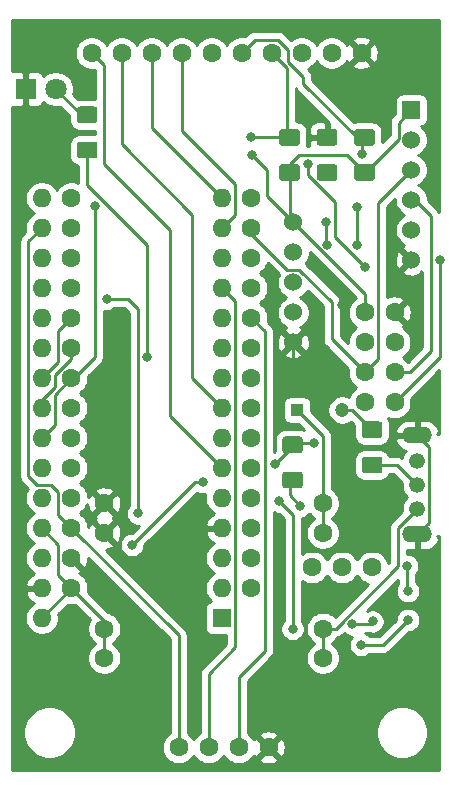
<source format=gbr>
%TF.GenerationSoftware,KiCad,Pcbnew,(5.1.6)-1*%
%TF.CreationDate,2020-10-17T00:26:31-04:00*%
%TF.ProjectId,whs6,77687336-2e6b-4696-9361-645f70636258,rev?*%
%TF.SameCoordinates,Original*%
%TF.FileFunction,Copper,L1,Top*%
%TF.FilePolarity,Positive*%
%FSLAX46Y46*%
G04 Gerber Fmt 4.6, Leading zero omitted, Abs format (unit mm)*
G04 Created by KiCad (PCBNEW (5.1.6)-1) date 2020-10-17 00:26:31*
%MOMM*%
%LPD*%
G01*
G04 APERTURE LIST*
%TA.AperFunction,ComponentPad*%
%ADD10C,1.600000*%
%TD*%
%TA.AperFunction,ComponentPad*%
%ADD11R,1.600000X1.600000*%
%TD*%
%TA.AperFunction,ComponentPad*%
%ADD12O,1.600000X1.600000*%
%TD*%
%TA.AperFunction,ComponentPad*%
%ADD13R,1.800000X1.800000*%
%TD*%
%TA.AperFunction,ComponentPad*%
%ADD14C,1.800000*%
%TD*%
%TA.AperFunction,ComponentPad*%
%ADD15R,1.524000X1.524000*%
%TD*%
%TA.AperFunction,ComponentPad*%
%ADD16C,1.524000*%
%TD*%
%TA.AperFunction,ComponentPad*%
%ADD17R,1.100000X1.100000*%
%TD*%
%TA.AperFunction,ComponentPad*%
%ADD18C,1.200000*%
%TD*%
%TA.AperFunction,ComponentPad*%
%ADD19O,2.524000X1.424000*%
%TD*%
%TA.AperFunction,ComponentPad*%
%ADD20C,1.324000*%
%TD*%
%TA.AperFunction,ViaPad*%
%ADD21C,0.800000*%
%TD*%
%TA.AperFunction,Conductor*%
%ADD22C,0.250000*%
%TD*%
%TA.AperFunction,Conductor*%
%ADD23C,0.254000*%
%TD*%
G04 APERTURE END LIST*
D10*
%TO.P,rain_gauge1,3*%
%TO.N,Net-(Arduino_Nano1-Pad21)*%
X151765000Y-81915000D03*
%TO.P,rain_gauge1,2*%
%TO.N,Net-(VT6Z12-Pad1)*%
X149225000Y-81915000D03*
%TO.P,rain_gauge1,1*%
%TO.N,Net-(VT6Z11-Pad3)*%
X146685000Y-81915000D03*
%TD*%
%TO.P,U1,1*%
%TO.N,GND*%
X141554200Y-83667600D03*
%TO.P,U1,26*%
%TO.N,Net-(Arduino_Nano1-Pad24)*%
X126314200Y-65887600D03*
%TO.P,U1,7*%
%TO.N,Net-(Arduino_Nano1-Pad8)*%
X141554200Y-68427600D03*
%TO.P,U1,11*%
%TO.N,Net-(Arduino_Nano1-Pad12)*%
X141554200Y-58267600D03*
%TO.P,U1,12*%
%TO.N,Net-(Arduino_Nano1-Pad13)*%
X141554200Y-55727600D03*
%TO.P,U1,14*%
%TO.N,Net-(Arduino_Nano1-Pad15)*%
X141554200Y-50647600D03*
%TO.P,U1,32*%
%TO.N,GND*%
X126314200Y-81127600D03*
%TO.P,U1,28*%
%TO.N,Net-(U1-Pad28)*%
X126314200Y-70967600D03*
%TO.P,U1,23*%
%TO.N,Net-(U1-Pad23)*%
X126314200Y-58267600D03*
%TO.P,U1,13*%
%TO.N,Net-(Arduino_Nano1-Pad14)*%
X141554200Y-53187600D03*
%TO.P,U1,33*%
%TO.N,Net-(Arduino_Nano1-Pad27)*%
X126314200Y-83667600D03*
%TO.P,U1,30*%
%TO.N,Net-(U1-Pad30)*%
X126314200Y-76047600D03*
%TO.P,U1,27*%
%TO.N,Net-(U1-Pad27)*%
X126314200Y-68427600D03*
%TO.P,U1,25*%
%TO.N,Net-(Arduino_Nano1-Pad23)*%
X126314200Y-63347600D03*
%TO.P,U1,24*%
%TO.N,Net-(Arduino_Nano1-Pad22)*%
X126314200Y-60807600D03*
%TO.P,U1,20*%
%TO.N,Net-(Arduino_Nano1-Pad16)*%
X126314200Y-50647600D03*
%TO.P,U1,2*%
%TO.N,Net-(U1-Pad2)*%
X141554200Y-81127600D03*
%TO.P,U1,21*%
%TO.N,Net-(U1-Pad21)*%
X126314200Y-53187600D03*
%TO.P,U1,29*%
%TO.N,Net-(U1-Pad29)*%
X126314200Y-73507600D03*
%TO.P,U1,3*%
%TO.N,Net-(U1-Pad3)*%
X141554200Y-78587600D03*
%TO.P,U1,4*%
%TO.N,Net-(Arduino_Nano1-Pad5)*%
X141554200Y-76047600D03*
%TO.P,U1,5*%
%TO.N,Net-(Arduino_Nano1-Pad6)*%
X141554200Y-73507600D03*
%TO.P,U1,9*%
%TO.N,Net-(Arduino_Nano1-Pad10)*%
X141554200Y-63347600D03*
%TO.P,U1,6*%
%TO.N,Net-(Arduino_Nano1-Pad7)*%
X141554200Y-70967600D03*
%TO.P,U1,8*%
%TO.N,Net-(Arduino_Nano1-Pad9)*%
X141554200Y-65887600D03*
%TO.P,U1,10*%
%TO.N,Net-(Arduino_Nano1-Pad11)*%
X141554200Y-60807600D03*
%TO.P,U1,31*%
%TO.N,Net-(Arduino_Nano1-Pad17)*%
X126314200Y-78587600D03*
%TO.P,U1,22*%
%TO.N,Net-(U1-Pad22)*%
X126314200Y-55727600D03*
%TD*%
D11*
%TO.P,Arduino_Nano1,1*%
%TO.N,Net-(Arduino_Nano1-Pad1)*%
X139039600Y-86207600D03*
D12*
%TO.P,Arduino_Nano1,17*%
%TO.N,Net-(Arduino_Nano1-Pad17)*%
X123799600Y-53187600D03*
%TO.P,Arduino_Nano1,2*%
%TO.N,Net-(Arduino_Nano1-Pad2)*%
X139039600Y-83667600D03*
%TO.P,Arduino_Nano1,18*%
%TO.N,Net-(Arduino_Nano1-Pad18)*%
X123799600Y-55727600D03*
%TO.P,Arduino_Nano1,3*%
%TO.N,Net-(Arduino_Nano1-Pad3)*%
X139039600Y-81127600D03*
%TO.P,Arduino_Nano1,19*%
%TO.N,Net-(Arduino_Nano1-Pad19)*%
X123799600Y-58267600D03*
%TO.P,Arduino_Nano1,4*%
%TO.N,GND*%
X139039600Y-78587600D03*
%TO.P,Arduino_Nano1,20*%
%TO.N,Net-(Arduino_Nano1-Pad20)*%
X123799600Y-60807600D03*
%TO.P,Arduino_Nano1,5*%
%TO.N,Net-(Arduino_Nano1-Pad5)*%
X139039600Y-76047600D03*
%TO.P,Arduino_Nano1,21*%
%TO.N,Net-(Arduino_Nano1-Pad21)*%
X123799600Y-63347600D03*
%TO.P,Arduino_Nano1,6*%
%TO.N,Net-(Arduino_Nano1-Pad6)*%
X139039600Y-73507600D03*
%TO.P,Arduino_Nano1,22*%
%TO.N,Net-(Arduino_Nano1-Pad22)*%
X123799600Y-65887600D03*
%TO.P,Arduino_Nano1,7*%
%TO.N,Net-(Arduino_Nano1-Pad7)*%
X139039600Y-70967600D03*
%TO.P,Arduino_Nano1,23*%
%TO.N,Net-(Arduino_Nano1-Pad23)*%
X123799600Y-68427600D03*
%TO.P,Arduino_Nano1,8*%
%TO.N,Net-(Arduino_Nano1-Pad8)*%
X139039600Y-68427600D03*
%TO.P,Arduino_Nano1,24*%
%TO.N,Net-(Arduino_Nano1-Pad24)*%
X123799600Y-70967600D03*
%TO.P,Arduino_Nano1,9*%
%TO.N,Net-(Arduino_Nano1-Pad9)*%
X139039600Y-65887600D03*
%TO.P,Arduino_Nano1,25*%
%TO.N,Net-(Arduino_Nano1-Pad25)*%
X123799600Y-73507600D03*
%TO.P,Arduino_Nano1,10*%
%TO.N,Net-(Arduino_Nano1-Pad10)*%
X139039600Y-63347600D03*
%TO.P,Arduino_Nano1,26*%
%TO.N,Net-(Arduino_Nano1-Pad26)*%
X123799600Y-76047600D03*
%TO.P,Arduino_Nano1,11*%
%TO.N,Net-(Arduino_Nano1-Pad11)*%
X139039600Y-60807600D03*
%TO.P,Arduino_Nano1,27*%
%TO.N,Net-(Arduino_Nano1-Pad27)*%
X123799600Y-78587600D03*
%TO.P,Arduino_Nano1,12*%
%TO.N,Net-(Arduino_Nano1-Pad12)*%
X139039600Y-58267600D03*
%TO.P,Arduino_Nano1,28*%
%TO.N,Net-(Arduino_Nano1-Pad28)*%
X123799600Y-81127600D03*
%TO.P,Arduino_Nano1,13*%
%TO.N,Net-(Arduino_Nano1-Pad13)*%
X139039600Y-55727600D03*
%TO.P,Arduino_Nano1,29*%
%TO.N,GND*%
X123799600Y-83667600D03*
%TO.P,Arduino_Nano1,14*%
%TO.N,Net-(Arduino_Nano1-Pad14)*%
X139039600Y-53187600D03*
%TO.P,Arduino_Nano1,30*%
%TO.N,Net-(Arduino_Nano1-Pad27)*%
X123799600Y-86207600D03*
%TO.P,Arduino_Nano1,15*%
%TO.N,Net-(Arduino_Nano1-Pad15)*%
X139039600Y-50647600D03*
%TO.P,Arduino_Nano1,16*%
%TO.N,Net-(Arduino_Nano1-Pad16)*%
X123799600Y-50647600D03*
%TD*%
D13*
%TO.P,D1,1*%
%TO.N,GND*%
X122428000Y-41402000D03*
D14*
%TO.P,D1,2*%
%TO.N,Net-(D1-Pad2)*%
X124968000Y-41402000D03*
%TD*%
%TO.P,F1,2*%
%TO.N,Net-(F1-Pad2)*%
%TA.AperFunction,SMDPad,CuDef*%
G36*
G01*
X151140000Y-72530000D02*
X152390000Y-72530000D01*
G75*
G02*
X152640000Y-72780000I0J-250000D01*
G01*
X152640000Y-73705000D01*
G75*
G02*
X152390000Y-73955000I-250000J0D01*
G01*
X151140000Y-73955000D01*
G75*
G02*
X150890000Y-73705000I0J250000D01*
G01*
X150890000Y-72780000D01*
G75*
G02*
X151140000Y-72530000I250000J0D01*
G01*
G37*
%TD.AperFunction*%
%TO.P,F1,1*%
%TO.N,Net-(F1-Pad1)*%
%TA.AperFunction,SMDPad,CuDef*%
G36*
G01*
X151140000Y-69555000D02*
X152390000Y-69555000D01*
G75*
G02*
X152640000Y-69805000I0J-250000D01*
G01*
X152640000Y-70730000D01*
G75*
G02*
X152390000Y-70980000I-250000J0D01*
G01*
X151140000Y-70980000D01*
G75*
G02*
X150890000Y-70730000I0J250000D01*
G01*
X150890000Y-69805000D01*
G75*
G02*
X151140000Y-69555000I250000J0D01*
G01*
G37*
%TD.AperFunction*%
%TD*%
D15*
%TO.P,Micro_SD1,1*%
%TO.N,Net-(Arduino_Nano1-Pad17)*%
X155092400Y-43180000D03*
D16*
%TO.P,Micro_SD1,2*%
%TO.N,Net-(Arduino_Nano1-Pad13)*%
X155092400Y-45720000D03*
%TO.P,Micro_SD1,3*%
%TO.N,Net-(Arduino_Nano1-Pad14)*%
X155092400Y-48260000D03*
%TO.P,Micro_SD1,4*%
%TO.N,Net-(Arduino_Nano1-Pad16)*%
X155092400Y-50800000D03*
%TO.P,Micro_SD1,5*%
%TO.N,Net-(Arduino_Nano1-Pad15)*%
X155092400Y-53340000D03*
%TO.P,Micro_SD1,6*%
%TO.N,GND*%
X155092400Y-55880000D03*
%TD*%
D10*
%TO.P,nRF24L01+1,3*%
%TO.N,Net-(Arduino_Nano1-Pad14)*%
X151130000Y-65405000D03*
%TO.P,nRF24L01+1,7*%
%TO.N,Net-(Arduino_Nano1-Pad16)*%
X153670000Y-65405000D03*
%TO.P,nRF24L01+1,5*%
%TO.N,GND*%
X153670000Y-60325000D03*
%TO.P,nRF24L01+1,6*%
%TO.N,Net-(Arduino_Nano1-Pad10)*%
X153670000Y-62865000D03*
%TO.P,nRF24L01+1,2*%
%TO.N,Net-(Arduino_Nano1-Pad9)*%
X151130000Y-62865000D03*
%TO.P,nRF24L01+1,1*%
%TO.N,Net-(Arduino_Nano1-Pad17)*%
X151130000Y-60325000D03*
%TO.P,nRF24L01+1,4*%
%TO.N,Net-(nRF24L01+1-Pad4)*%
X151130000Y-67945000D03*
%TO.P,nRF24L01+1,8*%
%TO.N,Net-(Arduino_Nano1-Pad15)*%
X153670000Y-67945000D03*
%TD*%
D17*
%TO.P,Power_IN1,1*%
%TO.N,Net-(Power_IN1-Pad1)*%
X145415000Y-68580000D03*
D18*
%TO.P,Power_IN1,2*%
%TO.N,Net-(F1-Pad1)*%
X149225000Y-68580000D03*
%TD*%
%TO.P,R1,1*%
%TO.N,Net-(Arduino_Nano1-Pad7)*%
%TA.AperFunction,SMDPad,CuDef*%
G36*
G01*
X128260000Y-47285000D02*
X127010000Y-47285000D01*
G75*
G02*
X126760000Y-47035000I0J250000D01*
G01*
X126760000Y-46110000D01*
G75*
G02*
X127010000Y-45860000I250000J0D01*
G01*
X128260000Y-45860000D01*
G75*
G02*
X128510000Y-46110000I0J-250000D01*
G01*
X128510000Y-47035000D01*
G75*
G02*
X128260000Y-47285000I-250000J0D01*
G01*
G37*
%TD.AperFunction*%
%TO.P,R1,2*%
%TO.N,Net-(D1-Pad2)*%
%TA.AperFunction,SMDPad,CuDef*%
G36*
G01*
X128260000Y-44310000D02*
X127010000Y-44310000D01*
G75*
G02*
X126760000Y-44060000I0J250000D01*
G01*
X126760000Y-43135000D01*
G75*
G02*
X127010000Y-42885000I250000J0D01*
G01*
X128260000Y-42885000D01*
G75*
G02*
X128510000Y-43135000I0J-250000D01*
G01*
X128510000Y-44060000D01*
G75*
G02*
X128260000Y-44310000I-250000J0D01*
G01*
G37*
%TD.AperFunction*%
%TD*%
%TO.P,R2,2*%
%TO.N,Net-(Arduino_Nano1-Pad23)*%
%TA.AperFunction,SMDPad,CuDef*%
G36*
G01*
X151755000Y-46215000D02*
X150505000Y-46215000D01*
G75*
G02*
X150255000Y-45965000I0J250000D01*
G01*
X150255000Y-45040000D01*
G75*
G02*
X150505000Y-44790000I250000J0D01*
G01*
X151755000Y-44790000D01*
G75*
G02*
X152005000Y-45040000I0J-250000D01*
G01*
X152005000Y-45965000D01*
G75*
G02*
X151755000Y-46215000I-250000J0D01*
G01*
G37*
%TD.AperFunction*%
%TO.P,R2,1*%
%TO.N,Net-(Arduino_Nano1-Pad17)*%
%TA.AperFunction,SMDPad,CuDef*%
G36*
G01*
X151755000Y-49190000D02*
X150505000Y-49190000D01*
G75*
G02*
X150255000Y-48940000I0J250000D01*
G01*
X150255000Y-48015000D01*
G75*
G02*
X150505000Y-47765000I250000J0D01*
G01*
X151755000Y-47765000D01*
G75*
G02*
X152005000Y-48015000I0J-250000D01*
G01*
X152005000Y-48940000D01*
G75*
G02*
X151755000Y-49190000I-250000J0D01*
G01*
G37*
%TD.AperFunction*%
%TD*%
%TO.P,R3,1*%
%TO.N,Net-(Arduino_Nano1-Pad17)*%
%TA.AperFunction,SMDPad,CuDef*%
G36*
G01*
X145405000Y-49190000D02*
X144155000Y-49190000D01*
G75*
G02*
X143905000Y-48940000I0J250000D01*
G01*
X143905000Y-48015000D01*
G75*
G02*
X144155000Y-47765000I250000J0D01*
G01*
X145405000Y-47765000D01*
G75*
G02*
X145655000Y-48015000I0J-250000D01*
G01*
X145655000Y-48940000D01*
G75*
G02*
X145405000Y-49190000I-250000J0D01*
G01*
G37*
%TD.AperFunction*%
%TO.P,R3,2*%
%TO.N,Net-(Arduino_Nano1-Pad24)*%
%TA.AperFunction,SMDPad,CuDef*%
G36*
G01*
X145405000Y-46215000D02*
X144155000Y-46215000D01*
G75*
G02*
X143905000Y-45965000I0J250000D01*
G01*
X143905000Y-45040000D01*
G75*
G02*
X144155000Y-44790000I250000J0D01*
G01*
X145405000Y-44790000D01*
G75*
G02*
X145655000Y-45040000I0J-250000D01*
G01*
X145655000Y-45965000D01*
G75*
G02*
X145405000Y-46215000I-250000J0D01*
G01*
G37*
%TD.AperFunction*%
%TD*%
%TO.P,R4,2*%
%TO.N,GND*%
%TA.AperFunction,SMDPad,CuDef*%
G36*
G01*
X148580000Y-46215000D02*
X147330000Y-46215000D01*
G75*
G02*
X147080000Y-45965000I0J250000D01*
G01*
X147080000Y-45040000D01*
G75*
G02*
X147330000Y-44790000I250000J0D01*
G01*
X148580000Y-44790000D01*
G75*
G02*
X148830000Y-45040000I0J-250000D01*
G01*
X148830000Y-45965000D01*
G75*
G02*
X148580000Y-46215000I-250000J0D01*
G01*
G37*
%TD.AperFunction*%
%TO.P,R4,1*%
%TO.N,Net-(Arduino_Nano1-Pad22)*%
%TA.AperFunction,SMDPad,CuDef*%
G36*
G01*
X148580000Y-49190000D02*
X147330000Y-49190000D01*
G75*
G02*
X147080000Y-48940000I0J250000D01*
G01*
X147080000Y-48015000D01*
G75*
G02*
X147330000Y-47765000I250000J0D01*
G01*
X148580000Y-47765000D01*
G75*
G02*
X148830000Y-48015000I0J-250000D01*
G01*
X148830000Y-48940000D01*
G75*
G02*
X148580000Y-49190000I-250000J0D01*
G01*
G37*
%TD.AperFunction*%
%TD*%
%TO.P,R5,1*%
%TO.N,Net-(Arduino_Nano1-Pad27)*%
%TA.AperFunction,SMDPad,CuDef*%
G36*
G01*
X144409000Y-70825000D02*
X145659000Y-70825000D01*
G75*
G02*
X145909000Y-71075000I0J-250000D01*
G01*
X145909000Y-72000000D01*
G75*
G02*
X145659000Y-72250000I-250000J0D01*
G01*
X144409000Y-72250000D01*
G75*
G02*
X144159000Y-72000000I0J250000D01*
G01*
X144159000Y-71075000D01*
G75*
G02*
X144409000Y-70825000I250000J0D01*
G01*
G37*
%TD.AperFunction*%
%TO.P,R5,2*%
%TO.N,Net-(R5-Pad2)*%
%TA.AperFunction,SMDPad,CuDef*%
G36*
G01*
X144409000Y-73800000D02*
X145659000Y-73800000D01*
G75*
G02*
X145909000Y-74050000I0J-250000D01*
G01*
X145909000Y-74975000D01*
G75*
G02*
X145659000Y-75225000I-250000J0D01*
G01*
X144409000Y-75225000D01*
G75*
G02*
X144159000Y-74975000I0J250000D01*
G01*
X144159000Y-74050000D01*
G75*
G02*
X144409000Y-73800000I250000J0D01*
G01*
G37*
%TD.AperFunction*%
%TD*%
D16*
%TO.P,RTC1,5*%
%TO.N,Net-(Arduino_Nano1-Pad17)*%
X145084800Y-52705000D03*
%TO.P,RTC1,4*%
%TO.N,Net-(Arduino_Nano1-Pad23)*%
X145084800Y-55245000D03*
%TO.P,RTC1,3*%
%TO.N,Net-(Arduino_Nano1-Pad24)*%
X145084800Y-57785000D03*
%TO.P,RTC1,2*%
%TO.N,Net-(RTC1-Pad2)*%
X145084800Y-60325000D03*
%TO.P,RTC1,1*%
%TO.N,GND*%
X145084800Y-62865000D03*
%TD*%
D19*
%TO.P,switch1,5*%
%TO.N,GND*%
X155575000Y-70739000D03*
%TO.P,switch1,4*%
X155575000Y-79121000D03*
D20*
%TO.P,switch1,3*%
%TO.N,Net-(switch1-Pad3)*%
X155575000Y-72898000D03*
%TO.P,switch1,2*%
%TO.N,Net-(F1-Pad2)*%
X155575000Y-74930000D03*
%TO.P,switch1,1*%
%TO.N,Net-(U5-Pad1)*%
X155575000Y-76962000D03*
%TD*%
D10*
%TO.P,top_rail1,1*%
%TO.N,Net-(Arduino_Nano1-Pad8)*%
X130556000Y-38354000D03*
%TO.P,top_rail1,2*%
%TO.N,Net-(Arduino_Nano1-Pad15)*%
X133096000Y-38354000D03*
%TO.P,top_rail1,3*%
%TO.N,Net-(Arduino_Nano1-Pad14)*%
X135636000Y-38354000D03*
%TO.P,top_rail1,4*%
%TO.N,Net-(Arduino_Nano1-Pad16)*%
X138176000Y-38354000D03*
%TO.P,top_rail1,5*%
%TO.N,Net-(Arduino_Nano1-Pad23)*%
X140716000Y-38354000D03*
%TO.P,top_rail1,6*%
%TO.N,Net-(Arduino_Nano1-Pad24)*%
X143256000Y-38354000D03*
%TO.P,top_rail1,7*%
%TO.N,Net-(Arduino_Nano1-Pad27)*%
X145796000Y-38354000D03*
%TO.P,top_rail1,8*%
%TO.N,Net-(Arduino_Nano1-Pad17)*%
X148336000Y-38354000D03*
%TO.P,top_rail1,9*%
%TO.N,GND*%
X150876000Y-38354000D03*
%TO.P,top_rail1,10*%
%TO.N,Net-(Arduino_Nano1-Pad6)*%
X128016000Y-38354000D03*
%TD*%
%TO.P,Ultrasonic_sensor1,4*%
%TO.N,Net-(Arduino_Nano1-Pad17)*%
X135382000Y-97155000D03*
%TO.P,Ultrasonic_sensor1,3*%
%TO.N,Net-(Arduino_Nano1-Pad12)*%
X137922000Y-97155000D03*
%TO.P,Ultrasonic_sensor1,2*%
%TO.N,Net-(Arduino_Nano1-Pad11)*%
X140462000Y-97155000D03*
%TO.P,Ultrasonic_sensor1,1*%
%TO.N,GND*%
X143002000Y-97155000D03*
%TD*%
%TO.P,U5,4*%
%TO.N,Net-(Power_IN1-Pad1)*%
X147590000Y-76490000D03*
%TO.P,U5,3*%
X147590000Y-78990000D03*
%TO.P,U5,2*%
%TO.N,Net-(U5-Pad1)*%
X147590000Y-87090000D03*
%TO.P,U5,7*%
%TO.N,GND*%
X129090000Y-78990000D03*
%TO.P,U5,5*%
%TO.N,Net-(Arduino_Nano1-Pad27)*%
X129090000Y-89590000D03*
%TO.P,U5,6*%
X129090000Y-87090000D03*
%TO.P,U5,8*%
%TO.N,GND*%
X129090000Y-76490000D03*
%TO.P,U5,1*%
%TO.N,Net-(U5-Pad1)*%
X147590000Y-89590000D03*
%TD*%
D21*
%TO.N,Net-(Arduino_Nano1-Pad17)*%
X141605000Y-46990000D03*
%TO.N,GND*%
X149225000Y-59690000D03*
X156845000Y-50165000D03*
X153670000Y-52070000D03*
X146812000Y-43434000D03*
X147066000Y-67310000D03*
%TO.N,Net-(Arduino_Nano1-Pad5)*%
X143891000Y-76327000D03*
X145034000Y-87122000D03*
X150847199Y-88464999D03*
X154813000Y-86360000D03*
%TO.N,Net-(Arduino_Nano1-Pad22)*%
X147955000Y-48477500D03*
X129286000Y-59182000D03*
X131953000Y-77343000D03*
X150104838Y-86731838D03*
X151815000Y-86487000D03*
%TO.N,Net-(Arduino_Nano1-Pad7)*%
X132715000Y-64135000D03*
%TO.N,Net-(Arduino_Nano1-Pad23)*%
X147865000Y-52705000D03*
X147985053Y-54579947D03*
X150934020Y-46890514D03*
%TO.N,Net-(Arduino_Nano1-Pad24)*%
X128270000Y-51337599D03*
X141478000Y-45466000D03*
%TO.N,Net-(Arduino_Nano1-Pad27)*%
X131445000Y-80010000D03*
X151130000Y-56515000D03*
X146304000Y-47715000D03*
X146812000Y-71374000D03*
X143510000Y-73152000D03*
X137414000Y-74676000D03*
%TO.N,Net-(Arduino_Nano1-Pad13)*%
X150495000Y-51435000D03*
X150495000Y-54610000D03*
%TO.N,Net-(Arduino_Nano1-Pad15)*%
X157480000Y-55880000D03*
%TO.N,Net-(R5-Pad2)*%
X145669000Y-76708000D03*
X154712990Y-81788000D03*
X154787600Y-83910000D03*
%TD*%
D22*
%TO.N,Net-(Arduino_Nano1-Pad17)*%
X125189199Y-77462599D02*
X126314200Y-78587600D01*
X124554199Y-74922599D02*
X125189199Y-75557599D01*
X125189199Y-75557599D02*
X125189199Y-77462599D01*
X123385799Y-74922599D02*
X124554199Y-74922599D01*
X122674599Y-74211399D02*
X123385799Y-74922599D01*
X122674599Y-54312601D02*
X122674599Y-74211399D01*
X123799600Y-53187600D02*
X122674599Y-54312601D01*
X154005399Y-44267001D02*
X154005399Y-45602101D01*
X154005399Y-45602101D02*
X151130000Y-48477500D01*
X155092400Y-43180000D02*
X154005399Y-44267001D01*
X144780000Y-52400200D02*
X145084800Y-52705000D01*
X144780000Y-48477500D02*
X144780000Y-52400200D01*
X144780000Y-47765000D02*
X145555000Y-46990000D01*
X144780000Y-48477500D02*
X144780000Y-47765000D01*
X149642500Y-46990000D02*
X151130000Y-48477500D01*
X145555000Y-46990000D02*
X149642500Y-46990000D01*
X151130000Y-58750200D02*
X145084800Y-52705000D01*
X151130000Y-60325000D02*
X151130000Y-58750200D01*
X145084800Y-52705000D02*
X142875000Y-50495200D01*
X142875000Y-48260000D02*
X141605000Y-46990000D01*
X142875000Y-50495200D02*
X142875000Y-48260000D01*
X135382000Y-87655400D02*
X135382000Y-97155000D01*
X126314200Y-78587600D02*
X135382000Y-87655400D01*
%TO.N,GND*%
X156562001Y-78133999D02*
X155575000Y-79121000D01*
X156562001Y-71726001D02*
X156562001Y-78133999D01*
X155575000Y-70739000D02*
X156562001Y-71726001D01*
X145084800Y-65328800D02*
X147066000Y-67310000D01*
X145084800Y-62865000D02*
X145084800Y-65328800D01*
%TO.N,Net-(Arduino_Nano1-Pad5)*%
X143891000Y-76327000D02*
X145034000Y-77470000D01*
X145034000Y-77470000D02*
X145034000Y-87122000D01*
X150847199Y-88464999D02*
X152708001Y-88464999D01*
X152708001Y-88464999D02*
X154813000Y-86360000D01*
%TO.N,Net-(Arduino_Nano1-Pad6)*%
X134620000Y-69088000D02*
X139039600Y-73507600D01*
X134620000Y-53340000D02*
X134620000Y-69088000D01*
X128016000Y-38354000D02*
X129032000Y-39370000D01*
X129032000Y-47752000D02*
X134620000Y-53340000D01*
X129032000Y-39370000D02*
X129032000Y-47752000D01*
%TO.N,Net-(Arduino_Nano1-Pad22)*%
X125189199Y-61932601D02*
X125189199Y-64498001D01*
X125189199Y-64498001D02*
X123799600Y-65887600D01*
X126314200Y-60807600D02*
X125189199Y-61932601D01*
X129286000Y-59182000D02*
X130937000Y-59182000D01*
X130937000Y-59182000D02*
X131064000Y-59182000D01*
X131064000Y-59182000D02*
X131953000Y-60071000D01*
X131953000Y-60071000D02*
X131953000Y-77343000D01*
X150104838Y-86731838D02*
X151570162Y-86731838D01*
X151570162Y-86731838D02*
X151815000Y-86487000D01*
%TO.N,Net-(Arduino_Nano1-Pad7)*%
X127635000Y-46572500D02*
X127635000Y-49530000D01*
X127635000Y-49530000D02*
X132715000Y-54610000D01*
X132715000Y-54610000D02*
X132715000Y-64135000D01*
%TO.N,Net-(Arduino_Nano1-Pad23)*%
X124924601Y-66640789D02*
X123799600Y-67765790D01*
X123799600Y-67765790D02*
X123799600Y-68427600D01*
X124924601Y-65612197D02*
X124924601Y-66640789D01*
X126314200Y-64222598D02*
X124924601Y-65612197D01*
X126314200Y-63347600D02*
X126314200Y-64222598D01*
X147865000Y-52705000D02*
X147865000Y-54459894D01*
X147865000Y-54459894D02*
X147985053Y-54579947D01*
X144670999Y-39132589D02*
X145959999Y-40421589D01*
X145959999Y-40988001D02*
X150474498Y-45502500D01*
X144670999Y-38103997D02*
X144670999Y-39132589D01*
X150474498Y-45502500D02*
X151130000Y-45502500D01*
X143796001Y-37228999D02*
X144670999Y-38103997D01*
X145959999Y-40421589D02*
X145959999Y-40988001D01*
X141841001Y-37228999D02*
X143796001Y-37228999D01*
X140716000Y-38354000D02*
X141841001Y-37228999D01*
X151130000Y-45502500D02*
X151130000Y-45502500D01*
X150934020Y-45698480D02*
X151130000Y-45502500D01*
X150934020Y-46890514D02*
X150934020Y-45698480D01*
%TO.N,Net-(Arduino_Nano1-Pad8)*%
X136525000Y-65913000D02*
X139039600Y-68427600D01*
X136525000Y-52070000D02*
X136525000Y-65913000D01*
X130556000Y-38354000D02*
X130556000Y-46101000D01*
X130556000Y-46101000D02*
X136525000Y-52070000D01*
%TO.N,Net-(Arduino_Nano1-Pad24)*%
X124924601Y-69842599D02*
X123799600Y-70967600D01*
X124924601Y-67277199D02*
X124924601Y-69842599D01*
X126314200Y-65887600D02*
X124924601Y-67277199D01*
X128270000Y-51337599D02*
X128270000Y-64135000D01*
X126517400Y-65887600D02*
X126314200Y-65887600D01*
X128270000Y-64135000D02*
X126517400Y-65887600D01*
X143256000Y-38354000D02*
X144526000Y-39624000D01*
X144526000Y-45248500D02*
X144780000Y-45502500D01*
X144526000Y-39624000D02*
X144526000Y-45248500D01*
X144743500Y-45466000D02*
X144780000Y-45502500D01*
X141478000Y-45466000D02*
X144743500Y-45466000D01*
%TO.N,Net-(Arduino_Nano1-Pad11)*%
X141554200Y-60807600D02*
X142679201Y-61932601D01*
X140462000Y-97155000D02*
X140462000Y-91186000D01*
X142679201Y-61932601D02*
X142679201Y-88968799D01*
X140462000Y-91186000D02*
X142679201Y-88968799D01*
%TO.N,Net-(Arduino_Nano1-Pad27)*%
X126314200Y-83693000D02*
X126314200Y-83667600D01*
X123799600Y-86207600D02*
X126314200Y-83693000D01*
X125189199Y-79977199D02*
X123799600Y-78587600D01*
X125189199Y-82542599D02*
X125189199Y-79977199D01*
X126314200Y-83667600D02*
X125189199Y-82542599D01*
X129090000Y-89590000D02*
X129090000Y-87090000D01*
X129090000Y-86443400D02*
X129090000Y-87090000D01*
X126314200Y-83667600D02*
X129090000Y-86443400D01*
X148590000Y-51435000D02*
X148590000Y-53975000D01*
X148590000Y-53975000D02*
X151130000Y-56515000D01*
X146304000Y-48727190D02*
X148590000Y-51013190D01*
X148590000Y-51013190D02*
X148590000Y-51435000D01*
X146304000Y-47715000D02*
X146304000Y-48727190D01*
X145197500Y-71374000D02*
X145034000Y-71537500D01*
X146812000Y-71374000D02*
X145197500Y-71374000D01*
X145034000Y-71537500D02*
X145034000Y-71628000D01*
X145034000Y-71628000D02*
X143510000Y-73152000D01*
X136779000Y-74676000D02*
X135445500Y-76009500D01*
X137414000Y-74676000D02*
X136779000Y-74676000D01*
X135445500Y-76009500D02*
X131445000Y-80010000D01*
%TO.N,Net-(Arduino_Nano1-Pad12)*%
X139039600Y-58267600D02*
X140164601Y-59392601D01*
X137922000Y-90932000D02*
X140164601Y-88689399D01*
X137922000Y-97155000D02*
X137922000Y-90932000D01*
X140164601Y-59392601D02*
X140164601Y-88689399D01*
%TO.N,Net-(Arduino_Nano1-Pad13)*%
X150495000Y-51435000D02*
X150495000Y-54610000D01*
%TO.N,Net-(Arduino_Nano1-Pad14)*%
X140164601Y-52062599D02*
X139039600Y-53187600D01*
X152255001Y-64279999D02*
X151130000Y-65405000D01*
X152255001Y-51097399D02*
X152255001Y-64279999D01*
X155092400Y-48260000D02*
X152255001Y-51097399D01*
X135636000Y-38354000D02*
X135636000Y-44958000D01*
X140164601Y-49486601D02*
X140164601Y-52062599D01*
X135636000Y-44958000D02*
X140164601Y-49486601D01*
X144581999Y-56697999D02*
X145606561Y-56697999D01*
X145606561Y-56697999D02*
X148336000Y-59427438D01*
X141554200Y-53187600D02*
X141554200Y-53670200D01*
X141554200Y-53670200D02*
X144581999Y-56697999D01*
X148336000Y-62611000D02*
X151130000Y-65405000D01*
X148336000Y-59427438D02*
X148336000Y-62611000D01*
%TO.N,Net-(Arduino_Nano1-Pad15)*%
X153670000Y-67945000D02*
X157480000Y-64135000D01*
X157480000Y-64135000D02*
X157480000Y-55880000D01*
X135128000Y-46736000D02*
X139039600Y-50647600D01*
X133096000Y-44704000D02*
X135128000Y-46736000D01*
X133096000Y-38354000D02*
X133096000Y-44704000D01*
%TO.N,Net-(Arduino_Nano1-Pad16)*%
X153670000Y-65405000D02*
X154940000Y-65405000D01*
X156754999Y-63590001D02*
X156754999Y-52160001D01*
X154940000Y-65405000D02*
X156754999Y-63590001D01*
X155394998Y-50800000D02*
X155092400Y-50800000D01*
X156754999Y-52160001D02*
X155394998Y-50800000D01*
%TO.N,Net-(D1-Pad2)*%
X127163500Y-43597500D02*
X127635000Y-43597500D01*
X124968000Y-41402000D02*
X127163500Y-43597500D01*
%TO.N,Net-(F1-Pad1)*%
X150077500Y-68580000D02*
X151765000Y-70267500D01*
X149225000Y-68580000D02*
X150077500Y-68580000D01*
%TO.N,Net-(F1-Pad2)*%
X153887500Y-73242500D02*
X155575000Y-74930000D01*
X151765000Y-73242500D02*
X153887500Y-73242500D01*
%TO.N,Net-(Power_IN1-Pad1)*%
X147590000Y-70755000D02*
X147590000Y-76490000D01*
X145415000Y-68580000D02*
X147590000Y-70755000D01*
X147590000Y-76490000D02*
X147590000Y-78990000D01*
%TO.N,Net-(R5-Pad2)*%
X144780000Y-74512500D02*
X144780000Y-75819000D01*
X144780000Y-75819000D02*
X145669000Y-76708000D01*
X154712990Y-81788000D02*
X154712990Y-83835390D01*
X154712990Y-83835390D02*
X154787600Y-83910000D01*
%TO.N,Net-(U5-Pad1)*%
X147590000Y-89590000D02*
X147590000Y-87090000D01*
X148721370Y-87090000D02*
X147590000Y-87090000D01*
X153987990Y-78549010D02*
X153987990Y-81823380D01*
X153987990Y-81823380D02*
X148721370Y-87090000D01*
X155575000Y-76962000D02*
X153987990Y-78549010D01*
%TD*%
D23*
%TO.N,GND*%
G36*
X157455000Y-51857381D02*
G01*
X157389973Y-51735725D01*
X157295000Y-51620000D01*
X157266002Y-51596202D01*
X156489400Y-50819601D01*
X156489400Y-50662408D01*
X156435714Y-50392510D01*
X156330405Y-50138273D01*
X156177520Y-49909465D01*
X155982935Y-49714880D01*
X155754127Y-49561995D01*
X155676885Y-49530000D01*
X155754127Y-49498005D01*
X155982935Y-49345120D01*
X156177520Y-49150535D01*
X156330405Y-48921727D01*
X156435714Y-48667490D01*
X156489400Y-48397592D01*
X156489400Y-48122408D01*
X156435714Y-47852510D01*
X156330405Y-47598273D01*
X156177520Y-47369465D01*
X155982935Y-47174880D01*
X155754127Y-47021995D01*
X155676885Y-46990000D01*
X155754127Y-46958005D01*
X155982935Y-46805120D01*
X156177520Y-46610535D01*
X156330405Y-46381727D01*
X156435714Y-46127490D01*
X156489400Y-45857592D01*
X156489400Y-45582408D01*
X156435714Y-45312510D01*
X156330405Y-45058273D01*
X156177520Y-44829465D01*
X155982935Y-44634880D01*
X155894935Y-44576080D01*
X155978882Y-44567812D01*
X156098580Y-44531502D01*
X156208894Y-44472537D01*
X156305585Y-44393185D01*
X156384937Y-44296494D01*
X156443902Y-44186180D01*
X156480212Y-44066482D01*
X156492472Y-43942000D01*
X156492472Y-42418000D01*
X156480212Y-42293518D01*
X156443902Y-42173820D01*
X156384937Y-42063506D01*
X156305585Y-41966815D01*
X156208894Y-41887463D01*
X156098580Y-41828498D01*
X155978882Y-41792188D01*
X155854400Y-41779928D01*
X154330400Y-41779928D01*
X154205918Y-41792188D01*
X154086220Y-41828498D01*
X153975906Y-41887463D01*
X153879215Y-41966815D01*
X153799863Y-42063506D01*
X153740898Y-42173820D01*
X153704588Y-42293518D01*
X153692328Y-42418000D01*
X153692328Y-43505271D01*
X153494401Y-43703197D01*
X153465398Y-43727000D01*
X153410270Y-43794175D01*
X153370425Y-43842725D01*
X153345292Y-43889746D01*
X153299853Y-43974755D01*
X153256396Y-44118016D01*
X153245399Y-44229669D01*
X153245399Y-44229679D01*
X153241723Y-44267001D01*
X153245399Y-44304324D01*
X153245400Y-45287298D01*
X152643072Y-45889626D01*
X152643072Y-45040000D01*
X152626008Y-44866746D01*
X152575472Y-44700150D01*
X152493405Y-44546614D01*
X152382962Y-44412038D01*
X152248386Y-44301595D01*
X152094850Y-44219528D01*
X151928254Y-44168992D01*
X151755000Y-44151928D01*
X150505000Y-44151928D01*
X150331746Y-44168992D01*
X150242779Y-44195980D01*
X146719999Y-40673200D01*
X146719999Y-40458911D01*
X146723675Y-40421588D01*
X146719999Y-40384265D01*
X146719999Y-40384256D01*
X146709002Y-40272603D01*
X146665545Y-40129342D01*
X146594973Y-39997313D01*
X146500000Y-39881588D01*
X146471003Y-39857791D01*
X146308259Y-39695047D01*
X146475727Y-39625680D01*
X146710759Y-39468637D01*
X146910637Y-39268759D01*
X147066000Y-39036241D01*
X147221363Y-39268759D01*
X147421241Y-39468637D01*
X147656273Y-39625680D01*
X147917426Y-39733853D01*
X148194665Y-39789000D01*
X148477335Y-39789000D01*
X148754574Y-39733853D01*
X149015727Y-39625680D01*
X149250759Y-39468637D01*
X149372694Y-39346702D01*
X150062903Y-39346702D01*
X150134486Y-39590671D01*
X150389996Y-39711571D01*
X150664184Y-39780300D01*
X150946512Y-39794217D01*
X151226130Y-39752787D01*
X151492292Y-39657603D01*
X151617514Y-39590671D01*
X151689097Y-39346702D01*
X150876000Y-38533605D01*
X150062903Y-39346702D01*
X149372694Y-39346702D01*
X149450637Y-39268759D01*
X149606915Y-39034872D01*
X149639329Y-39095514D01*
X149883298Y-39167097D01*
X150696395Y-38354000D01*
X151055605Y-38354000D01*
X151868702Y-39167097D01*
X152112671Y-39095514D01*
X152233571Y-38840004D01*
X152302300Y-38565816D01*
X152316217Y-38283488D01*
X152274787Y-38003870D01*
X152179603Y-37737708D01*
X152112671Y-37612486D01*
X151868702Y-37540903D01*
X151055605Y-38354000D01*
X150696395Y-38354000D01*
X149883298Y-37540903D01*
X149639329Y-37612486D01*
X149608806Y-37676992D01*
X149607680Y-37674273D01*
X149450637Y-37439241D01*
X149372694Y-37361298D01*
X150062903Y-37361298D01*
X150876000Y-38174395D01*
X151689097Y-37361298D01*
X151617514Y-37117329D01*
X151362004Y-36996429D01*
X151087816Y-36927700D01*
X150805488Y-36913783D01*
X150525870Y-36955213D01*
X150259708Y-37050397D01*
X150134486Y-37117329D01*
X150062903Y-37361298D01*
X149372694Y-37361298D01*
X149250759Y-37239363D01*
X149015727Y-37082320D01*
X148754574Y-36974147D01*
X148477335Y-36919000D01*
X148194665Y-36919000D01*
X147917426Y-36974147D01*
X147656273Y-37082320D01*
X147421241Y-37239363D01*
X147221363Y-37439241D01*
X147066000Y-37671759D01*
X146910637Y-37439241D01*
X146710759Y-37239363D01*
X146475727Y-37082320D01*
X146214574Y-36974147D01*
X145937335Y-36919000D01*
X145654665Y-36919000D01*
X145377426Y-36974147D01*
X145116273Y-37082320D01*
X144881241Y-37239363D01*
X144881204Y-37239400D01*
X144359804Y-36718001D01*
X144336002Y-36688998D01*
X144220277Y-36594025D01*
X144088248Y-36523453D01*
X143944987Y-36479996D01*
X143833334Y-36468999D01*
X143833323Y-36468999D01*
X143796001Y-36465323D01*
X143758679Y-36468999D01*
X141878326Y-36468999D01*
X141841001Y-36465323D01*
X141803676Y-36468999D01*
X141803668Y-36468999D01*
X141692015Y-36479996D01*
X141548754Y-36523453D01*
X141416725Y-36594025D01*
X141301000Y-36688998D01*
X141277202Y-36717996D01*
X141039886Y-36955312D01*
X140857335Y-36919000D01*
X140574665Y-36919000D01*
X140297426Y-36974147D01*
X140036273Y-37082320D01*
X139801241Y-37239363D01*
X139601363Y-37439241D01*
X139446000Y-37671759D01*
X139290637Y-37439241D01*
X139090759Y-37239363D01*
X138855727Y-37082320D01*
X138594574Y-36974147D01*
X138317335Y-36919000D01*
X138034665Y-36919000D01*
X137757426Y-36974147D01*
X137496273Y-37082320D01*
X137261241Y-37239363D01*
X137061363Y-37439241D01*
X136906000Y-37671759D01*
X136750637Y-37439241D01*
X136550759Y-37239363D01*
X136315727Y-37082320D01*
X136054574Y-36974147D01*
X135777335Y-36919000D01*
X135494665Y-36919000D01*
X135217426Y-36974147D01*
X134956273Y-37082320D01*
X134721241Y-37239363D01*
X134521363Y-37439241D01*
X134366000Y-37671759D01*
X134210637Y-37439241D01*
X134010759Y-37239363D01*
X133775727Y-37082320D01*
X133514574Y-36974147D01*
X133237335Y-36919000D01*
X132954665Y-36919000D01*
X132677426Y-36974147D01*
X132416273Y-37082320D01*
X132181241Y-37239363D01*
X131981363Y-37439241D01*
X131826000Y-37671759D01*
X131670637Y-37439241D01*
X131470759Y-37239363D01*
X131235727Y-37082320D01*
X130974574Y-36974147D01*
X130697335Y-36919000D01*
X130414665Y-36919000D01*
X130137426Y-36974147D01*
X129876273Y-37082320D01*
X129641241Y-37239363D01*
X129441363Y-37439241D01*
X129286000Y-37671759D01*
X129130637Y-37439241D01*
X128930759Y-37239363D01*
X128695727Y-37082320D01*
X128434574Y-36974147D01*
X128157335Y-36919000D01*
X127874665Y-36919000D01*
X127597426Y-36974147D01*
X127336273Y-37082320D01*
X127101241Y-37239363D01*
X126901363Y-37439241D01*
X126744320Y-37674273D01*
X126636147Y-37935426D01*
X126581000Y-38212665D01*
X126581000Y-38495335D01*
X126636147Y-38772574D01*
X126744320Y-39033727D01*
X126901363Y-39268759D01*
X127101241Y-39468637D01*
X127336273Y-39625680D01*
X127597426Y-39733853D01*
X127874665Y-39789000D01*
X128157335Y-39789000D01*
X128272000Y-39766191D01*
X128272000Y-42248110D01*
X128260000Y-42246928D01*
X127010000Y-42246928D01*
X126898692Y-42257891D01*
X126451731Y-41810930D01*
X126503000Y-41553184D01*
X126503000Y-41250816D01*
X126444011Y-40954257D01*
X126328299Y-40674905D01*
X126160312Y-40423495D01*
X125946505Y-40209688D01*
X125695095Y-40041701D01*
X125415743Y-39925989D01*
X125119184Y-39867000D01*
X124816816Y-39867000D01*
X124520257Y-39925989D01*
X124240905Y-40041701D01*
X123989495Y-40209688D01*
X123923056Y-40276127D01*
X123917502Y-40257820D01*
X123858537Y-40147506D01*
X123779185Y-40050815D01*
X123682494Y-39971463D01*
X123572180Y-39912498D01*
X123452482Y-39876188D01*
X123328000Y-39863928D01*
X122713750Y-39867000D01*
X122555000Y-40025750D01*
X122555000Y-41275000D01*
X122575000Y-41275000D01*
X122575000Y-41529000D01*
X122555000Y-41529000D01*
X122555000Y-42778250D01*
X122713750Y-42937000D01*
X123328000Y-42940072D01*
X123452482Y-42927812D01*
X123572180Y-42891502D01*
X123682494Y-42832537D01*
X123779185Y-42753185D01*
X123858537Y-42656494D01*
X123917502Y-42546180D01*
X123923056Y-42527873D01*
X123989495Y-42594312D01*
X124240905Y-42762299D01*
X124520257Y-42878011D01*
X124816816Y-42937000D01*
X125119184Y-42937000D01*
X125376930Y-42885731D01*
X126121928Y-43630730D01*
X126121928Y-44060000D01*
X126138992Y-44233254D01*
X126189528Y-44399850D01*
X126271595Y-44553386D01*
X126382038Y-44687962D01*
X126516614Y-44798405D01*
X126670150Y-44880472D01*
X126836746Y-44931008D01*
X127010000Y-44948072D01*
X128260000Y-44948072D01*
X128272001Y-44946890D01*
X128272001Y-45223110D01*
X128260000Y-45221928D01*
X127010000Y-45221928D01*
X126836746Y-45238992D01*
X126670150Y-45289528D01*
X126516614Y-45371595D01*
X126382038Y-45482038D01*
X126271595Y-45616614D01*
X126189528Y-45770150D01*
X126138992Y-45936746D01*
X126121928Y-46110000D01*
X126121928Y-47035000D01*
X126138992Y-47208254D01*
X126189528Y-47374850D01*
X126271595Y-47528386D01*
X126382038Y-47662962D01*
X126516614Y-47773405D01*
X126670150Y-47855472D01*
X126836746Y-47906008D01*
X126875000Y-47909776D01*
X126875001Y-49326659D01*
X126732774Y-49267747D01*
X126455535Y-49212600D01*
X126172865Y-49212600D01*
X125895626Y-49267747D01*
X125634473Y-49375920D01*
X125399441Y-49532963D01*
X125199563Y-49732841D01*
X125056900Y-49946352D01*
X124914237Y-49732841D01*
X124714359Y-49532963D01*
X124479327Y-49375920D01*
X124218174Y-49267747D01*
X123940935Y-49212600D01*
X123658265Y-49212600D01*
X123381026Y-49267747D01*
X123119873Y-49375920D01*
X122884841Y-49532963D01*
X122684963Y-49732841D01*
X122527920Y-49967873D01*
X122419747Y-50229026D01*
X122364600Y-50506265D01*
X122364600Y-50788935D01*
X122419747Y-51066174D01*
X122527920Y-51327327D01*
X122684963Y-51562359D01*
X122884841Y-51762237D01*
X123117359Y-51917600D01*
X122884841Y-52072963D01*
X122684963Y-52272841D01*
X122527920Y-52507873D01*
X122419747Y-52769026D01*
X122364600Y-53046265D01*
X122364600Y-53328935D01*
X122400912Y-53511487D01*
X122163601Y-53748797D01*
X122134598Y-53772600D01*
X122090762Y-53826015D01*
X122039625Y-53888325D01*
X121993296Y-53975000D01*
X121969053Y-54020355D01*
X121925596Y-54163616D01*
X121914599Y-54275269D01*
X121914599Y-54275279D01*
X121910923Y-54312601D01*
X121914599Y-54349923D01*
X121914600Y-74174066D01*
X121910923Y-74211399D01*
X121914600Y-74248732D01*
X121925597Y-74360385D01*
X121932686Y-74383754D01*
X121969053Y-74503645D01*
X122039625Y-74635675D01*
X122110800Y-74722401D01*
X122134599Y-74751400D01*
X122163597Y-74775198D01*
X122619385Y-75230986D01*
X122527920Y-75367873D01*
X122419747Y-75629026D01*
X122364600Y-75906265D01*
X122364600Y-76188935D01*
X122419747Y-76466174D01*
X122527920Y-76727327D01*
X122684963Y-76962359D01*
X122884841Y-77162237D01*
X123117359Y-77317600D01*
X122884841Y-77472963D01*
X122684963Y-77672841D01*
X122527920Y-77907873D01*
X122419747Y-78169026D01*
X122364600Y-78446265D01*
X122364600Y-78728935D01*
X122419747Y-79006174D01*
X122527920Y-79267327D01*
X122684963Y-79502359D01*
X122884841Y-79702237D01*
X123117359Y-79857600D01*
X122884841Y-80012963D01*
X122684963Y-80212841D01*
X122527920Y-80447873D01*
X122419747Y-80709026D01*
X122364600Y-80986265D01*
X122364600Y-81268935D01*
X122419747Y-81546174D01*
X122527920Y-81807327D01*
X122684963Y-82042359D01*
X122884841Y-82242237D01*
X123119873Y-82399280D01*
X123130465Y-82403667D01*
X122944469Y-82515215D01*
X122736081Y-82704186D01*
X122568563Y-82930180D01*
X122448354Y-83184513D01*
X122407696Y-83318561D01*
X122529685Y-83540600D01*
X123672600Y-83540600D01*
X123672600Y-83520600D01*
X123926600Y-83520600D01*
X123926600Y-83540600D01*
X123946600Y-83540600D01*
X123946600Y-83794600D01*
X123926600Y-83794600D01*
X123926600Y-83814600D01*
X123672600Y-83814600D01*
X123672600Y-83794600D01*
X122529685Y-83794600D01*
X122407696Y-84016639D01*
X122448354Y-84150687D01*
X122568563Y-84405020D01*
X122736081Y-84631014D01*
X122944469Y-84819985D01*
X123130465Y-84931533D01*
X123119873Y-84935920D01*
X122884841Y-85092963D01*
X122684963Y-85292841D01*
X122527920Y-85527873D01*
X122419747Y-85789026D01*
X122364600Y-86066265D01*
X122364600Y-86348935D01*
X122419747Y-86626174D01*
X122527920Y-86887327D01*
X122684963Y-87122359D01*
X122884841Y-87322237D01*
X123119873Y-87479280D01*
X123381026Y-87587453D01*
X123658265Y-87642600D01*
X123940935Y-87642600D01*
X124218174Y-87587453D01*
X124479327Y-87479280D01*
X124714359Y-87322237D01*
X124914237Y-87122359D01*
X125071280Y-86887327D01*
X125179453Y-86626174D01*
X125234600Y-86348935D01*
X125234600Y-86066265D01*
X125198288Y-85883714D01*
X126011500Y-85070502D01*
X126172865Y-85102600D01*
X126455535Y-85102600D01*
X126638086Y-85066288D01*
X127883909Y-86312111D01*
X127818320Y-86410273D01*
X127710147Y-86671426D01*
X127655000Y-86948665D01*
X127655000Y-87231335D01*
X127710147Y-87508574D01*
X127818320Y-87769727D01*
X127975363Y-88004759D01*
X128175241Y-88204637D01*
X128330001Y-88308044D01*
X128330000Y-88371956D01*
X128175241Y-88475363D01*
X127975363Y-88675241D01*
X127818320Y-88910273D01*
X127710147Y-89171426D01*
X127655000Y-89448665D01*
X127655000Y-89731335D01*
X127710147Y-90008574D01*
X127818320Y-90269727D01*
X127975363Y-90504759D01*
X128175241Y-90704637D01*
X128410273Y-90861680D01*
X128671426Y-90969853D01*
X128948665Y-91025000D01*
X129231335Y-91025000D01*
X129508574Y-90969853D01*
X129769727Y-90861680D01*
X130004759Y-90704637D01*
X130204637Y-90504759D01*
X130361680Y-90269727D01*
X130469853Y-90008574D01*
X130525000Y-89731335D01*
X130525000Y-89448665D01*
X130469853Y-89171426D01*
X130361680Y-88910273D01*
X130204637Y-88675241D01*
X130004759Y-88475363D01*
X129850000Y-88371957D01*
X129850000Y-88308043D01*
X130004759Y-88204637D01*
X130204637Y-88004759D01*
X130361680Y-87769727D01*
X130469853Y-87508574D01*
X130525000Y-87231335D01*
X130525000Y-86948665D01*
X130469853Y-86671426D01*
X130361680Y-86410273D01*
X130204637Y-86175241D01*
X130004759Y-85975363D01*
X129769727Y-85818320D01*
X129508574Y-85710147D01*
X129412423Y-85691021D01*
X127712888Y-83991486D01*
X127749200Y-83808935D01*
X127749200Y-83526265D01*
X127694053Y-83249026D01*
X127585880Y-82987873D01*
X127428837Y-82752841D01*
X127228959Y-82552963D01*
X126995072Y-82396685D01*
X127055714Y-82364271D01*
X127127297Y-82120302D01*
X126314200Y-81307205D01*
X126300058Y-81321348D01*
X126120453Y-81141743D01*
X126134595Y-81127600D01*
X126120453Y-81113458D01*
X126300058Y-80933853D01*
X126314200Y-80947995D01*
X126328343Y-80933853D01*
X126507948Y-81113458D01*
X126493805Y-81127600D01*
X127306902Y-81940697D01*
X127550871Y-81869114D01*
X127671771Y-81613604D01*
X127740500Y-81339416D01*
X127752278Y-81100479D01*
X134622000Y-87970202D01*
X134622001Y-95936956D01*
X134467241Y-96040363D01*
X134267363Y-96240241D01*
X134110320Y-96475273D01*
X134002147Y-96736426D01*
X133947000Y-97013665D01*
X133947000Y-97296335D01*
X134002147Y-97573574D01*
X134110320Y-97834727D01*
X134267363Y-98069759D01*
X134467241Y-98269637D01*
X134702273Y-98426680D01*
X134963426Y-98534853D01*
X135240665Y-98590000D01*
X135523335Y-98590000D01*
X135800574Y-98534853D01*
X136061727Y-98426680D01*
X136296759Y-98269637D01*
X136496637Y-98069759D01*
X136652000Y-97837241D01*
X136807363Y-98069759D01*
X137007241Y-98269637D01*
X137242273Y-98426680D01*
X137503426Y-98534853D01*
X137780665Y-98590000D01*
X138063335Y-98590000D01*
X138340574Y-98534853D01*
X138601727Y-98426680D01*
X138836759Y-98269637D01*
X139036637Y-98069759D01*
X139192000Y-97837241D01*
X139347363Y-98069759D01*
X139547241Y-98269637D01*
X139782273Y-98426680D01*
X140043426Y-98534853D01*
X140320665Y-98590000D01*
X140603335Y-98590000D01*
X140880574Y-98534853D01*
X141141727Y-98426680D01*
X141376759Y-98269637D01*
X141498694Y-98147702D01*
X142188903Y-98147702D01*
X142260486Y-98391671D01*
X142515996Y-98512571D01*
X142790184Y-98581300D01*
X143072512Y-98595217D01*
X143352130Y-98553787D01*
X143618292Y-98458603D01*
X143743514Y-98391671D01*
X143815097Y-98147702D01*
X143002000Y-97334605D01*
X142188903Y-98147702D01*
X141498694Y-98147702D01*
X141576637Y-98069759D01*
X141732915Y-97835872D01*
X141765329Y-97896514D01*
X142009298Y-97968097D01*
X142822395Y-97155000D01*
X143181605Y-97155000D01*
X143994702Y-97968097D01*
X144238671Y-97896514D01*
X144359571Y-97641004D01*
X144428300Y-97366816D01*
X144442217Y-97084488D01*
X144400787Y-96804870D01*
X144305603Y-96538708D01*
X144238671Y-96413486D01*
X143994702Y-96341903D01*
X143181605Y-97155000D01*
X142822395Y-97155000D01*
X142009298Y-96341903D01*
X141765329Y-96413486D01*
X141734806Y-96477992D01*
X141733680Y-96475273D01*
X141576637Y-96240241D01*
X141498694Y-96162298D01*
X142188903Y-96162298D01*
X143002000Y-96975395D01*
X143815097Y-96162298D01*
X143743514Y-95918329D01*
X143488004Y-95797429D01*
X143213816Y-95728700D01*
X142931488Y-95714783D01*
X142651870Y-95756213D01*
X142385708Y-95851397D01*
X142260486Y-95918329D01*
X142188903Y-96162298D01*
X141498694Y-96162298D01*
X141376759Y-96040363D01*
X141222000Y-95936957D01*
X141222000Y-95664872D01*
X152070000Y-95664872D01*
X152070000Y-96105128D01*
X152155890Y-96536925D01*
X152324369Y-96943669D01*
X152568962Y-97309729D01*
X152880271Y-97621038D01*
X153246331Y-97865631D01*
X153653075Y-98034110D01*
X154084872Y-98120000D01*
X154525128Y-98120000D01*
X154956925Y-98034110D01*
X155363669Y-97865631D01*
X155729729Y-97621038D01*
X156041038Y-97309729D01*
X156285631Y-96943669D01*
X156454110Y-96536925D01*
X156540000Y-96105128D01*
X156540000Y-95664872D01*
X156454110Y-95233075D01*
X156285631Y-94826331D01*
X156041038Y-94460271D01*
X155729729Y-94148962D01*
X155363669Y-93904369D01*
X154956925Y-93735890D01*
X154525128Y-93650000D01*
X154084872Y-93650000D01*
X153653075Y-93735890D01*
X153246331Y-93904369D01*
X152880271Y-94148962D01*
X152568962Y-94460271D01*
X152324369Y-94826331D01*
X152155890Y-95233075D01*
X152070000Y-95664872D01*
X141222000Y-95664872D01*
X141222000Y-91500801D01*
X143190204Y-89532598D01*
X143219202Y-89508800D01*
X143314175Y-89393075D01*
X143384747Y-89261046D01*
X143428204Y-89117785D01*
X143439201Y-89006132D01*
X143439201Y-89006124D01*
X143442877Y-88968799D01*
X143439201Y-88931474D01*
X143439201Y-77260135D01*
X143589102Y-77322226D01*
X143789061Y-77362000D01*
X143851199Y-77362000D01*
X144274000Y-77784802D01*
X144274001Y-86418288D01*
X144230063Y-86462226D01*
X144116795Y-86631744D01*
X144038774Y-86820102D01*
X143999000Y-87020061D01*
X143999000Y-87223939D01*
X144038774Y-87423898D01*
X144116795Y-87612256D01*
X144230063Y-87781774D01*
X144374226Y-87925937D01*
X144543744Y-88039205D01*
X144732102Y-88117226D01*
X144932061Y-88157000D01*
X145135939Y-88157000D01*
X145335898Y-88117226D01*
X145524256Y-88039205D01*
X145693774Y-87925937D01*
X145837937Y-87781774D01*
X145951205Y-87612256D01*
X146029226Y-87423898D01*
X146069000Y-87223939D01*
X146069000Y-87020061D01*
X146029226Y-86820102D01*
X145951205Y-86631744D01*
X145837937Y-86462226D01*
X145794000Y-86418289D01*
X145794000Y-83045512D01*
X146005273Y-83186680D01*
X146266426Y-83294853D01*
X146543665Y-83350000D01*
X146826335Y-83350000D01*
X147103574Y-83294853D01*
X147364727Y-83186680D01*
X147599759Y-83029637D01*
X147799637Y-82829759D01*
X147955000Y-82597241D01*
X148110363Y-82829759D01*
X148310241Y-83029637D01*
X148545273Y-83186680D01*
X148806426Y-83294853D01*
X149083665Y-83350000D01*
X149366335Y-83350000D01*
X149643574Y-83294853D01*
X149904727Y-83186680D01*
X150139759Y-83029637D01*
X150339637Y-82829759D01*
X150495000Y-82597241D01*
X150650363Y-82829759D01*
X150850241Y-83029637D01*
X151085273Y-83186680D01*
X151346426Y-83294853D01*
X151425905Y-83310663D01*
X148632982Y-86103586D01*
X148504759Y-85975363D01*
X148269727Y-85818320D01*
X148008574Y-85710147D01*
X147731335Y-85655000D01*
X147448665Y-85655000D01*
X147171426Y-85710147D01*
X146910273Y-85818320D01*
X146675241Y-85975363D01*
X146475363Y-86175241D01*
X146318320Y-86410273D01*
X146210147Y-86671426D01*
X146155000Y-86948665D01*
X146155000Y-87231335D01*
X146210147Y-87508574D01*
X146318320Y-87769727D01*
X146475363Y-88004759D01*
X146675241Y-88204637D01*
X146830001Y-88308044D01*
X146830000Y-88371956D01*
X146675241Y-88475363D01*
X146475363Y-88675241D01*
X146318320Y-88910273D01*
X146210147Y-89171426D01*
X146155000Y-89448665D01*
X146155000Y-89731335D01*
X146210147Y-90008574D01*
X146318320Y-90269727D01*
X146475363Y-90504759D01*
X146675241Y-90704637D01*
X146910273Y-90861680D01*
X147171426Y-90969853D01*
X147448665Y-91025000D01*
X147731335Y-91025000D01*
X148008574Y-90969853D01*
X148269727Y-90861680D01*
X148504759Y-90704637D01*
X148704637Y-90504759D01*
X148861680Y-90269727D01*
X148969853Y-90008574D01*
X149025000Y-89731335D01*
X149025000Y-89448665D01*
X148969853Y-89171426D01*
X148861680Y-88910273D01*
X148704637Y-88675241D01*
X148504759Y-88475363D01*
X148350000Y-88371957D01*
X148350000Y-88308043D01*
X148504759Y-88204637D01*
X148704637Y-88004759D01*
X148811519Y-87844798D01*
X148870356Y-87839003D01*
X149013617Y-87795546D01*
X149145646Y-87724974D01*
X149261371Y-87630001D01*
X149285174Y-87600997D01*
X149397730Y-87488441D01*
X149445064Y-87535775D01*
X149614582Y-87649043D01*
X149802940Y-87727064D01*
X150002899Y-87766838D01*
X150081649Y-87766838D01*
X150043262Y-87805225D01*
X149929994Y-87974743D01*
X149851973Y-88163101D01*
X149812199Y-88363060D01*
X149812199Y-88566938D01*
X149851973Y-88766897D01*
X149929994Y-88955255D01*
X150043262Y-89124773D01*
X150187425Y-89268936D01*
X150356943Y-89382204D01*
X150545301Y-89460225D01*
X150745260Y-89499999D01*
X150949138Y-89499999D01*
X151149097Y-89460225D01*
X151337455Y-89382204D01*
X151506973Y-89268936D01*
X151550910Y-89224999D01*
X152670679Y-89224999D01*
X152708001Y-89228675D01*
X152745323Y-89224999D01*
X152745334Y-89224999D01*
X152856987Y-89214002D01*
X153000248Y-89170545D01*
X153132277Y-89099973D01*
X153248002Y-89005000D01*
X153271805Y-88975996D01*
X154852802Y-87395000D01*
X154914939Y-87395000D01*
X155114898Y-87355226D01*
X155303256Y-87277205D01*
X155472774Y-87163937D01*
X155616937Y-87019774D01*
X155730205Y-86850256D01*
X155808226Y-86661898D01*
X155848000Y-86461939D01*
X155848000Y-86258061D01*
X155808226Y-86058102D01*
X155730205Y-85869744D01*
X155616937Y-85700226D01*
X155472774Y-85556063D01*
X155303256Y-85442795D01*
X155114898Y-85364774D01*
X154914939Y-85325000D01*
X154711061Y-85325000D01*
X154511102Y-85364774D01*
X154322744Y-85442795D01*
X154153226Y-85556063D01*
X154009063Y-85700226D01*
X153895795Y-85869744D01*
X153817774Y-86058102D01*
X153778000Y-86258061D01*
X153778000Y-86320198D01*
X152393200Y-87704999D01*
X151550910Y-87704999D01*
X151506973Y-87661062D01*
X151337455Y-87547794D01*
X151202366Y-87491838D01*
X151532840Y-87491838D01*
X151570162Y-87495514D01*
X151576679Y-87494872D01*
X151713061Y-87522000D01*
X151916939Y-87522000D01*
X152116898Y-87482226D01*
X152305256Y-87404205D01*
X152474774Y-87290937D01*
X152618937Y-87146774D01*
X152732205Y-86977256D01*
X152810226Y-86788898D01*
X152850000Y-86588939D01*
X152850000Y-86385061D01*
X152810226Y-86185102D01*
X152732205Y-85996744D01*
X152618937Y-85827226D01*
X152474774Y-85683063D01*
X152305256Y-85569795D01*
X152116898Y-85491774D01*
X151916939Y-85452000D01*
X151713061Y-85452000D01*
X151513102Y-85491774D01*
X151324744Y-85569795D01*
X151299528Y-85586644D01*
X153952991Y-82933182D01*
X153952991Y-83296130D01*
X153870395Y-83419744D01*
X153792374Y-83608102D01*
X153752600Y-83808061D01*
X153752600Y-84011939D01*
X153792374Y-84211898D01*
X153870395Y-84400256D01*
X153983663Y-84569774D01*
X154127826Y-84713937D01*
X154297344Y-84827205D01*
X154485702Y-84905226D01*
X154685661Y-84945000D01*
X154889539Y-84945000D01*
X155089498Y-84905226D01*
X155277856Y-84827205D01*
X155447374Y-84713937D01*
X155591537Y-84569774D01*
X155704805Y-84400256D01*
X155782826Y-84211898D01*
X155822600Y-84011939D01*
X155822600Y-83808061D01*
X155782826Y-83608102D01*
X155704805Y-83419744D01*
X155591537Y-83250226D01*
X155472990Y-83131679D01*
X155472990Y-82491711D01*
X155516927Y-82447774D01*
X155630195Y-82278256D01*
X155708216Y-82089898D01*
X155747990Y-81889939D01*
X155747990Y-81686061D01*
X155708216Y-81486102D01*
X155630195Y-81297744D01*
X155516927Y-81128226D01*
X155372764Y-80984063D01*
X155203246Y-80870795D01*
X155014888Y-80792774D01*
X154814929Y-80753000D01*
X154747990Y-80753000D01*
X154747990Y-80438811D01*
X154898000Y-80468000D01*
X155448000Y-80468000D01*
X155448000Y-79248000D01*
X155428000Y-79248000D01*
X155428000Y-78994000D01*
X155448000Y-78994000D01*
X155448000Y-78974000D01*
X155702000Y-78974000D01*
X155702000Y-78994000D01*
X155722000Y-78994000D01*
X155722000Y-79248000D01*
X155702000Y-79248000D01*
X155702000Y-80468000D01*
X156252000Y-80468000D01*
X156512346Y-80417341D01*
X156757807Y-80316865D01*
X156978949Y-80170432D01*
X157167275Y-79983670D01*
X157315547Y-79763756D01*
X157418066Y-79519141D01*
X157429623Y-79456215D01*
X157306445Y-79248002D01*
X157455000Y-79248002D01*
X157455001Y-99035000D01*
X121310000Y-99035000D01*
X121310000Y-95664872D01*
X122225000Y-95664872D01*
X122225000Y-96105128D01*
X122310890Y-96536925D01*
X122479369Y-96943669D01*
X122723962Y-97309729D01*
X123035271Y-97621038D01*
X123401331Y-97865631D01*
X123808075Y-98034110D01*
X124239872Y-98120000D01*
X124680128Y-98120000D01*
X125111925Y-98034110D01*
X125518669Y-97865631D01*
X125884729Y-97621038D01*
X126196038Y-97309729D01*
X126440631Y-96943669D01*
X126609110Y-96536925D01*
X126695000Y-96105128D01*
X126695000Y-95664872D01*
X126609110Y-95233075D01*
X126440631Y-94826331D01*
X126196038Y-94460271D01*
X125884729Y-94148962D01*
X125518669Y-93904369D01*
X125111925Y-93735890D01*
X124680128Y-93650000D01*
X124239872Y-93650000D01*
X123808075Y-93735890D01*
X123401331Y-93904369D01*
X123035271Y-94148962D01*
X122723962Y-94460271D01*
X122479369Y-94826331D01*
X122310890Y-95233075D01*
X122225000Y-95664872D01*
X121310000Y-95664872D01*
X121310000Y-42899444D01*
X121403518Y-42927812D01*
X121528000Y-42940072D01*
X122142250Y-42937000D01*
X122301000Y-42778250D01*
X122301000Y-41529000D01*
X122281000Y-41529000D01*
X122281000Y-41275000D01*
X122301000Y-41275000D01*
X122301000Y-40025750D01*
X122142250Y-39867000D01*
X121528000Y-39863928D01*
X121403518Y-39876188D01*
X121310000Y-39904556D01*
X121310000Y-35585000D01*
X157455000Y-35585000D01*
X157455000Y-51857381D01*
G37*
X157455000Y-51857381D02*
X157389973Y-51735725D01*
X157295000Y-51620000D01*
X157266002Y-51596202D01*
X156489400Y-50819601D01*
X156489400Y-50662408D01*
X156435714Y-50392510D01*
X156330405Y-50138273D01*
X156177520Y-49909465D01*
X155982935Y-49714880D01*
X155754127Y-49561995D01*
X155676885Y-49530000D01*
X155754127Y-49498005D01*
X155982935Y-49345120D01*
X156177520Y-49150535D01*
X156330405Y-48921727D01*
X156435714Y-48667490D01*
X156489400Y-48397592D01*
X156489400Y-48122408D01*
X156435714Y-47852510D01*
X156330405Y-47598273D01*
X156177520Y-47369465D01*
X155982935Y-47174880D01*
X155754127Y-47021995D01*
X155676885Y-46990000D01*
X155754127Y-46958005D01*
X155982935Y-46805120D01*
X156177520Y-46610535D01*
X156330405Y-46381727D01*
X156435714Y-46127490D01*
X156489400Y-45857592D01*
X156489400Y-45582408D01*
X156435714Y-45312510D01*
X156330405Y-45058273D01*
X156177520Y-44829465D01*
X155982935Y-44634880D01*
X155894935Y-44576080D01*
X155978882Y-44567812D01*
X156098580Y-44531502D01*
X156208894Y-44472537D01*
X156305585Y-44393185D01*
X156384937Y-44296494D01*
X156443902Y-44186180D01*
X156480212Y-44066482D01*
X156492472Y-43942000D01*
X156492472Y-42418000D01*
X156480212Y-42293518D01*
X156443902Y-42173820D01*
X156384937Y-42063506D01*
X156305585Y-41966815D01*
X156208894Y-41887463D01*
X156098580Y-41828498D01*
X155978882Y-41792188D01*
X155854400Y-41779928D01*
X154330400Y-41779928D01*
X154205918Y-41792188D01*
X154086220Y-41828498D01*
X153975906Y-41887463D01*
X153879215Y-41966815D01*
X153799863Y-42063506D01*
X153740898Y-42173820D01*
X153704588Y-42293518D01*
X153692328Y-42418000D01*
X153692328Y-43505271D01*
X153494401Y-43703197D01*
X153465398Y-43727000D01*
X153410270Y-43794175D01*
X153370425Y-43842725D01*
X153345292Y-43889746D01*
X153299853Y-43974755D01*
X153256396Y-44118016D01*
X153245399Y-44229669D01*
X153245399Y-44229679D01*
X153241723Y-44267001D01*
X153245399Y-44304324D01*
X153245400Y-45287298D01*
X152643072Y-45889626D01*
X152643072Y-45040000D01*
X152626008Y-44866746D01*
X152575472Y-44700150D01*
X152493405Y-44546614D01*
X152382962Y-44412038D01*
X152248386Y-44301595D01*
X152094850Y-44219528D01*
X151928254Y-44168992D01*
X151755000Y-44151928D01*
X150505000Y-44151928D01*
X150331746Y-44168992D01*
X150242779Y-44195980D01*
X146719999Y-40673200D01*
X146719999Y-40458911D01*
X146723675Y-40421588D01*
X146719999Y-40384265D01*
X146719999Y-40384256D01*
X146709002Y-40272603D01*
X146665545Y-40129342D01*
X146594973Y-39997313D01*
X146500000Y-39881588D01*
X146471003Y-39857791D01*
X146308259Y-39695047D01*
X146475727Y-39625680D01*
X146710759Y-39468637D01*
X146910637Y-39268759D01*
X147066000Y-39036241D01*
X147221363Y-39268759D01*
X147421241Y-39468637D01*
X147656273Y-39625680D01*
X147917426Y-39733853D01*
X148194665Y-39789000D01*
X148477335Y-39789000D01*
X148754574Y-39733853D01*
X149015727Y-39625680D01*
X149250759Y-39468637D01*
X149372694Y-39346702D01*
X150062903Y-39346702D01*
X150134486Y-39590671D01*
X150389996Y-39711571D01*
X150664184Y-39780300D01*
X150946512Y-39794217D01*
X151226130Y-39752787D01*
X151492292Y-39657603D01*
X151617514Y-39590671D01*
X151689097Y-39346702D01*
X150876000Y-38533605D01*
X150062903Y-39346702D01*
X149372694Y-39346702D01*
X149450637Y-39268759D01*
X149606915Y-39034872D01*
X149639329Y-39095514D01*
X149883298Y-39167097D01*
X150696395Y-38354000D01*
X151055605Y-38354000D01*
X151868702Y-39167097D01*
X152112671Y-39095514D01*
X152233571Y-38840004D01*
X152302300Y-38565816D01*
X152316217Y-38283488D01*
X152274787Y-38003870D01*
X152179603Y-37737708D01*
X152112671Y-37612486D01*
X151868702Y-37540903D01*
X151055605Y-38354000D01*
X150696395Y-38354000D01*
X149883298Y-37540903D01*
X149639329Y-37612486D01*
X149608806Y-37676992D01*
X149607680Y-37674273D01*
X149450637Y-37439241D01*
X149372694Y-37361298D01*
X150062903Y-37361298D01*
X150876000Y-38174395D01*
X151689097Y-37361298D01*
X151617514Y-37117329D01*
X151362004Y-36996429D01*
X151087816Y-36927700D01*
X150805488Y-36913783D01*
X150525870Y-36955213D01*
X150259708Y-37050397D01*
X150134486Y-37117329D01*
X150062903Y-37361298D01*
X149372694Y-37361298D01*
X149250759Y-37239363D01*
X149015727Y-37082320D01*
X148754574Y-36974147D01*
X148477335Y-36919000D01*
X148194665Y-36919000D01*
X147917426Y-36974147D01*
X147656273Y-37082320D01*
X147421241Y-37239363D01*
X147221363Y-37439241D01*
X147066000Y-37671759D01*
X146910637Y-37439241D01*
X146710759Y-37239363D01*
X146475727Y-37082320D01*
X146214574Y-36974147D01*
X145937335Y-36919000D01*
X145654665Y-36919000D01*
X145377426Y-36974147D01*
X145116273Y-37082320D01*
X144881241Y-37239363D01*
X144881204Y-37239400D01*
X144359804Y-36718001D01*
X144336002Y-36688998D01*
X144220277Y-36594025D01*
X144088248Y-36523453D01*
X143944987Y-36479996D01*
X143833334Y-36468999D01*
X143833323Y-36468999D01*
X143796001Y-36465323D01*
X143758679Y-36468999D01*
X141878326Y-36468999D01*
X141841001Y-36465323D01*
X141803676Y-36468999D01*
X141803668Y-36468999D01*
X141692015Y-36479996D01*
X141548754Y-36523453D01*
X141416725Y-36594025D01*
X141301000Y-36688998D01*
X141277202Y-36717996D01*
X141039886Y-36955312D01*
X140857335Y-36919000D01*
X140574665Y-36919000D01*
X140297426Y-36974147D01*
X140036273Y-37082320D01*
X139801241Y-37239363D01*
X139601363Y-37439241D01*
X139446000Y-37671759D01*
X139290637Y-37439241D01*
X139090759Y-37239363D01*
X138855727Y-37082320D01*
X138594574Y-36974147D01*
X138317335Y-36919000D01*
X138034665Y-36919000D01*
X137757426Y-36974147D01*
X137496273Y-37082320D01*
X137261241Y-37239363D01*
X137061363Y-37439241D01*
X136906000Y-37671759D01*
X136750637Y-37439241D01*
X136550759Y-37239363D01*
X136315727Y-37082320D01*
X136054574Y-36974147D01*
X135777335Y-36919000D01*
X135494665Y-36919000D01*
X135217426Y-36974147D01*
X134956273Y-37082320D01*
X134721241Y-37239363D01*
X134521363Y-37439241D01*
X134366000Y-37671759D01*
X134210637Y-37439241D01*
X134010759Y-37239363D01*
X133775727Y-37082320D01*
X133514574Y-36974147D01*
X133237335Y-36919000D01*
X132954665Y-36919000D01*
X132677426Y-36974147D01*
X132416273Y-37082320D01*
X132181241Y-37239363D01*
X131981363Y-37439241D01*
X131826000Y-37671759D01*
X131670637Y-37439241D01*
X131470759Y-37239363D01*
X131235727Y-37082320D01*
X130974574Y-36974147D01*
X130697335Y-36919000D01*
X130414665Y-36919000D01*
X130137426Y-36974147D01*
X129876273Y-37082320D01*
X129641241Y-37239363D01*
X129441363Y-37439241D01*
X129286000Y-37671759D01*
X129130637Y-37439241D01*
X128930759Y-37239363D01*
X128695727Y-37082320D01*
X128434574Y-36974147D01*
X128157335Y-36919000D01*
X127874665Y-36919000D01*
X127597426Y-36974147D01*
X127336273Y-37082320D01*
X127101241Y-37239363D01*
X126901363Y-37439241D01*
X126744320Y-37674273D01*
X126636147Y-37935426D01*
X126581000Y-38212665D01*
X126581000Y-38495335D01*
X126636147Y-38772574D01*
X126744320Y-39033727D01*
X126901363Y-39268759D01*
X127101241Y-39468637D01*
X127336273Y-39625680D01*
X127597426Y-39733853D01*
X127874665Y-39789000D01*
X128157335Y-39789000D01*
X128272000Y-39766191D01*
X128272000Y-42248110D01*
X128260000Y-42246928D01*
X127010000Y-42246928D01*
X126898692Y-42257891D01*
X126451731Y-41810930D01*
X126503000Y-41553184D01*
X126503000Y-41250816D01*
X126444011Y-40954257D01*
X126328299Y-40674905D01*
X126160312Y-40423495D01*
X125946505Y-40209688D01*
X125695095Y-40041701D01*
X125415743Y-39925989D01*
X125119184Y-39867000D01*
X124816816Y-39867000D01*
X124520257Y-39925989D01*
X124240905Y-40041701D01*
X123989495Y-40209688D01*
X123923056Y-40276127D01*
X123917502Y-40257820D01*
X123858537Y-40147506D01*
X123779185Y-40050815D01*
X123682494Y-39971463D01*
X123572180Y-39912498D01*
X123452482Y-39876188D01*
X123328000Y-39863928D01*
X122713750Y-39867000D01*
X122555000Y-40025750D01*
X122555000Y-41275000D01*
X122575000Y-41275000D01*
X122575000Y-41529000D01*
X122555000Y-41529000D01*
X122555000Y-42778250D01*
X122713750Y-42937000D01*
X123328000Y-42940072D01*
X123452482Y-42927812D01*
X123572180Y-42891502D01*
X123682494Y-42832537D01*
X123779185Y-42753185D01*
X123858537Y-42656494D01*
X123917502Y-42546180D01*
X123923056Y-42527873D01*
X123989495Y-42594312D01*
X124240905Y-42762299D01*
X124520257Y-42878011D01*
X124816816Y-42937000D01*
X125119184Y-42937000D01*
X125376930Y-42885731D01*
X126121928Y-43630730D01*
X126121928Y-44060000D01*
X126138992Y-44233254D01*
X126189528Y-44399850D01*
X126271595Y-44553386D01*
X126382038Y-44687962D01*
X126516614Y-44798405D01*
X126670150Y-44880472D01*
X126836746Y-44931008D01*
X127010000Y-44948072D01*
X128260000Y-44948072D01*
X128272001Y-44946890D01*
X128272001Y-45223110D01*
X128260000Y-45221928D01*
X127010000Y-45221928D01*
X126836746Y-45238992D01*
X126670150Y-45289528D01*
X126516614Y-45371595D01*
X126382038Y-45482038D01*
X126271595Y-45616614D01*
X126189528Y-45770150D01*
X126138992Y-45936746D01*
X126121928Y-46110000D01*
X126121928Y-47035000D01*
X126138992Y-47208254D01*
X126189528Y-47374850D01*
X126271595Y-47528386D01*
X126382038Y-47662962D01*
X126516614Y-47773405D01*
X126670150Y-47855472D01*
X126836746Y-47906008D01*
X126875000Y-47909776D01*
X126875001Y-49326659D01*
X126732774Y-49267747D01*
X126455535Y-49212600D01*
X126172865Y-49212600D01*
X125895626Y-49267747D01*
X125634473Y-49375920D01*
X125399441Y-49532963D01*
X125199563Y-49732841D01*
X125056900Y-49946352D01*
X124914237Y-49732841D01*
X124714359Y-49532963D01*
X124479327Y-49375920D01*
X124218174Y-49267747D01*
X123940935Y-49212600D01*
X123658265Y-49212600D01*
X123381026Y-49267747D01*
X123119873Y-49375920D01*
X122884841Y-49532963D01*
X122684963Y-49732841D01*
X122527920Y-49967873D01*
X122419747Y-50229026D01*
X122364600Y-50506265D01*
X122364600Y-50788935D01*
X122419747Y-51066174D01*
X122527920Y-51327327D01*
X122684963Y-51562359D01*
X122884841Y-51762237D01*
X123117359Y-51917600D01*
X122884841Y-52072963D01*
X122684963Y-52272841D01*
X122527920Y-52507873D01*
X122419747Y-52769026D01*
X122364600Y-53046265D01*
X122364600Y-53328935D01*
X122400912Y-53511487D01*
X122163601Y-53748797D01*
X122134598Y-53772600D01*
X122090762Y-53826015D01*
X122039625Y-53888325D01*
X121993296Y-53975000D01*
X121969053Y-54020355D01*
X121925596Y-54163616D01*
X121914599Y-54275269D01*
X121914599Y-54275279D01*
X121910923Y-54312601D01*
X121914599Y-54349923D01*
X121914600Y-74174066D01*
X121910923Y-74211399D01*
X121914600Y-74248732D01*
X121925597Y-74360385D01*
X121932686Y-74383754D01*
X121969053Y-74503645D01*
X122039625Y-74635675D01*
X122110800Y-74722401D01*
X122134599Y-74751400D01*
X122163597Y-74775198D01*
X122619385Y-75230986D01*
X122527920Y-75367873D01*
X122419747Y-75629026D01*
X122364600Y-75906265D01*
X122364600Y-76188935D01*
X122419747Y-76466174D01*
X122527920Y-76727327D01*
X122684963Y-76962359D01*
X122884841Y-77162237D01*
X123117359Y-77317600D01*
X122884841Y-77472963D01*
X122684963Y-77672841D01*
X122527920Y-77907873D01*
X122419747Y-78169026D01*
X122364600Y-78446265D01*
X122364600Y-78728935D01*
X122419747Y-79006174D01*
X122527920Y-79267327D01*
X122684963Y-79502359D01*
X122884841Y-79702237D01*
X123117359Y-79857600D01*
X122884841Y-80012963D01*
X122684963Y-80212841D01*
X122527920Y-80447873D01*
X122419747Y-80709026D01*
X122364600Y-80986265D01*
X122364600Y-81268935D01*
X122419747Y-81546174D01*
X122527920Y-81807327D01*
X122684963Y-82042359D01*
X122884841Y-82242237D01*
X123119873Y-82399280D01*
X123130465Y-82403667D01*
X122944469Y-82515215D01*
X122736081Y-82704186D01*
X122568563Y-82930180D01*
X122448354Y-83184513D01*
X122407696Y-83318561D01*
X122529685Y-83540600D01*
X123672600Y-83540600D01*
X123672600Y-83520600D01*
X123926600Y-83520600D01*
X123926600Y-83540600D01*
X123946600Y-83540600D01*
X123946600Y-83794600D01*
X123926600Y-83794600D01*
X123926600Y-83814600D01*
X123672600Y-83814600D01*
X123672600Y-83794600D01*
X122529685Y-83794600D01*
X122407696Y-84016639D01*
X122448354Y-84150687D01*
X122568563Y-84405020D01*
X122736081Y-84631014D01*
X122944469Y-84819985D01*
X123130465Y-84931533D01*
X123119873Y-84935920D01*
X122884841Y-85092963D01*
X122684963Y-85292841D01*
X122527920Y-85527873D01*
X122419747Y-85789026D01*
X122364600Y-86066265D01*
X122364600Y-86348935D01*
X122419747Y-86626174D01*
X122527920Y-86887327D01*
X122684963Y-87122359D01*
X122884841Y-87322237D01*
X123119873Y-87479280D01*
X123381026Y-87587453D01*
X123658265Y-87642600D01*
X123940935Y-87642600D01*
X124218174Y-87587453D01*
X124479327Y-87479280D01*
X124714359Y-87322237D01*
X124914237Y-87122359D01*
X125071280Y-86887327D01*
X125179453Y-86626174D01*
X125234600Y-86348935D01*
X125234600Y-86066265D01*
X125198288Y-85883714D01*
X126011500Y-85070502D01*
X126172865Y-85102600D01*
X126455535Y-85102600D01*
X126638086Y-85066288D01*
X127883909Y-86312111D01*
X127818320Y-86410273D01*
X127710147Y-86671426D01*
X127655000Y-86948665D01*
X127655000Y-87231335D01*
X127710147Y-87508574D01*
X127818320Y-87769727D01*
X127975363Y-88004759D01*
X128175241Y-88204637D01*
X128330001Y-88308044D01*
X128330000Y-88371956D01*
X128175241Y-88475363D01*
X127975363Y-88675241D01*
X127818320Y-88910273D01*
X127710147Y-89171426D01*
X127655000Y-89448665D01*
X127655000Y-89731335D01*
X127710147Y-90008574D01*
X127818320Y-90269727D01*
X127975363Y-90504759D01*
X128175241Y-90704637D01*
X128410273Y-90861680D01*
X128671426Y-90969853D01*
X128948665Y-91025000D01*
X129231335Y-91025000D01*
X129508574Y-90969853D01*
X129769727Y-90861680D01*
X130004759Y-90704637D01*
X130204637Y-90504759D01*
X130361680Y-90269727D01*
X130469853Y-90008574D01*
X130525000Y-89731335D01*
X130525000Y-89448665D01*
X130469853Y-89171426D01*
X130361680Y-88910273D01*
X130204637Y-88675241D01*
X130004759Y-88475363D01*
X129850000Y-88371957D01*
X129850000Y-88308043D01*
X130004759Y-88204637D01*
X130204637Y-88004759D01*
X130361680Y-87769727D01*
X130469853Y-87508574D01*
X130525000Y-87231335D01*
X130525000Y-86948665D01*
X130469853Y-86671426D01*
X130361680Y-86410273D01*
X130204637Y-86175241D01*
X130004759Y-85975363D01*
X129769727Y-85818320D01*
X129508574Y-85710147D01*
X129412423Y-85691021D01*
X127712888Y-83991486D01*
X127749200Y-83808935D01*
X127749200Y-83526265D01*
X127694053Y-83249026D01*
X127585880Y-82987873D01*
X127428837Y-82752841D01*
X127228959Y-82552963D01*
X126995072Y-82396685D01*
X127055714Y-82364271D01*
X127127297Y-82120302D01*
X126314200Y-81307205D01*
X126300058Y-81321348D01*
X126120453Y-81141743D01*
X126134595Y-81127600D01*
X126120453Y-81113458D01*
X126300058Y-80933853D01*
X126314200Y-80947995D01*
X126328343Y-80933853D01*
X126507948Y-81113458D01*
X126493805Y-81127600D01*
X127306902Y-81940697D01*
X127550871Y-81869114D01*
X127671771Y-81613604D01*
X127740500Y-81339416D01*
X127752278Y-81100479D01*
X134622000Y-87970202D01*
X134622001Y-95936956D01*
X134467241Y-96040363D01*
X134267363Y-96240241D01*
X134110320Y-96475273D01*
X134002147Y-96736426D01*
X133947000Y-97013665D01*
X133947000Y-97296335D01*
X134002147Y-97573574D01*
X134110320Y-97834727D01*
X134267363Y-98069759D01*
X134467241Y-98269637D01*
X134702273Y-98426680D01*
X134963426Y-98534853D01*
X135240665Y-98590000D01*
X135523335Y-98590000D01*
X135800574Y-98534853D01*
X136061727Y-98426680D01*
X136296759Y-98269637D01*
X136496637Y-98069759D01*
X136652000Y-97837241D01*
X136807363Y-98069759D01*
X137007241Y-98269637D01*
X137242273Y-98426680D01*
X137503426Y-98534853D01*
X137780665Y-98590000D01*
X138063335Y-98590000D01*
X138340574Y-98534853D01*
X138601727Y-98426680D01*
X138836759Y-98269637D01*
X139036637Y-98069759D01*
X139192000Y-97837241D01*
X139347363Y-98069759D01*
X139547241Y-98269637D01*
X139782273Y-98426680D01*
X140043426Y-98534853D01*
X140320665Y-98590000D01*
X140603335Y-98590000D01*
X140880574Y-98534853D01*
X141141727Y-98426680D01*
X141376759Y-98269637D01*
X141498694Y-98147702D01*
X142188903Y-98147702D01*
X142260486Y-98391671D01*
X142515996Y-98512571D01*
X142790184Y-98581300D01*
X143072512Y-98595217D01*
X143352130Y-98553787D01*
X143618292Y-98458603D01*
X143743514Y-98391671D01*
X143815097Y-98147702D01*
X143002000Y-97334605D01*
X142188903Y-98147702D01*
X141498694Y-98147702D01*
X141576637Y-98069759D01*
X141732915Y-97835872D01*
X141765329Y-97896514D01*
X142009298Y-97968097D01*
X142822395Y-97155000D01*
X143181605Y-97155000D01*
X143994702Y-97968097D01*
X144238671Y-97896514D01*
X144359571Y-97641004D01*
X144428300Y-97366816D01*
X144442217Y-97084488D01*
X144400787Y-96804870D01*
X144305603Y-96538708D01*
X144238671Y-96413486D01*
X143994702Y-96341903D01*
X143181605Y-97155000D01*
X142822395Y-97155000D01*
X142009298Y-96341903D01*
X141765329Y-96413486D01*
X141734806Y-96477992D01*
X141733680Y-96475273D01*
X141576637Y-96240241D01*
X141498694Y-96162298D01*
X142188903Y-96162298D01*
X143002000Y-96975395D01*
X143815097Y-96162298D01*
X143743514Y-95918329D01*
X143488004Y-95797429D01*
X143213816Y-95728700D01*
X142931488Y-95714783D01*
X142651870Y-95756213D01*
X142385708Y-95851397D01*
X142260486Y-95918329D01*
X142188903Y-96162298D01*
X141498694Y-96162298D01*
X141376759Y-96040363D01*
X141222000Y-95936957D01*
X141222000Y-95664872D01*
X152070000Y-95664872D01*
X152070000Y-96105128D01*
X152155890Y-96536925D01*
X152324369Y-96943669D01*
X152568962Y-97309729D01*
X152880271Y-97621038D01*
X153246331Y-97865631D01*
X153653075Y-98034110D01*
X154084872Y-98120000D01*
X154525128Y-98120000D01*
X154956925Y-98034110D01*
X155363669Y-97865631D01*
X155729729Y-97621038D01*
X156041038Y-97309729D01*
X156285631Y-96943669D01*
X156454110Y-96536925D01*
X156540000Y-96105128D01*
X156540000Y-95664872D01*
X156454110Y-95233075D01*
X156285631Y-94826331D01*
X156041038Y-94460271D01*
X155729729Y-94148962D01*
X155363669Y-93904369D01*
X154956925Y-93735890D01*
X154525128Y-93650000D01*
X154084872Y-93650000D01*
X153653075Y-93735890D01*
X153246331Y-93904369D01*
X152880271Y-94148962D01*
X152568962Y-94460271D01*
X152324369Y-94826331D01*
X152155890Y-95233075D01*
X152070000Y-95664872D01*
X141222000Y-95664872D01*
X141222000Y-91500801D01*
X143190204Y-89532598D01*
X143219202Y-89508800D01*
X143314175Y-89393075D01*
X143384747Y-89261046D01*
X143428204Y-89117785D01*
X143439201Y-89006132D01*
X143439201Y-89006124D01*
X143442877Y-88968799D01*
X143439201Y-88931474D01*
X143439201Y-77260135D01*
X143589102Y-77322226D01*
X143789061Y-77362000D01*
X143851199Y-77362000D01*
X144274000Y-77784802D01*
X144274001Y-86418288D01*
X144230063Y-86462226D01*
X144116795Y-86631744D01*
X144038774Y-86820102D01*
X143999000Y-87020061D01*
X143999000Y-87223939D01*
X144038774Y-87423898D01*
X144116795Y-87612256D01*
X144230063Y-87781774D01*
X144374226Y-87925937D01*
X144543744Y-88039205D01*
X144732102Y-88117226D01*
X144932061Y-88157000D01*
X145135939Y-88157000D01*
X145335898Y-88117226D01*
X145524256Y-88039205D01*
X145693774Y-87925937D01*
X145837937Y-87781774D01*
X145951205Y-87612256D01*
X146029226Y-87423898D01*
X146069000Y-87223939D01*
X146069000Y-87020061D01*
X146029226Y-86820102D01*
X145951205Y-86631744D01*
X145837937Y-86462226D01*
X145794000Y-86418289D01*
X145794000Y-83045512D01*
X146005273Y-83186680D01*
X146266426Y-83294853D01*
X146543665Y-83350000D01*
X146826335Y-83350000D01*
X147103574Y-83294853D01*
X147364727Y-83186680D01*
X147599759Y-83029637D01*
X147799637Y-82829759D01*
X147955000Y-82597241D01*
X148110363Y-82829759D01*
X148310241Y-83029637D01*
X148545273Y-83186680D01*
X148806426Y-83294853D01*
X149083665Y-83350000D01*
X149366335Y-83350000D01*
X149643574Y-83294853D01*
X149904727Y-83186680D01*
X150139759Y-83029637D01*
X150339637Y-82829759D01*
X150495000Y-82597241D01*
X150650363Y-82829759D01*
X150850241Y-83029637D01*
X151085273Y-83186680D01*
X151346426Y-83294853D01*
X151425905Y-83310663D01*
X148632982Y-86103586D01*
X148504759Y-85975363D01*
X148269727Y-85818320D01*
X148008574Y-85710147D01*
X147731335Y-85655000D01*
X147448665Y-85655000D01*
X147171426Y-85710147D01*
X146910273Y-85818320D01*
X146675241Y-85975363D01*
X146475363Y-86175241D01*
X146318320Y-86410273D01*
X146210147Y-86671426D01*
X146155000Y-86948665D01*
X146155000Y-87231335D01*
X146210147Y-87508574D01*
X146318320Y-87769727D01*
X146475363Y-88004759D01*
X146675241Y-88204637D01*
X146830001Y-88308044D01*
X146830000Y-88371956D01*
X146675241Y-88475363D01*
X146475363Y-88675241D01*
X146318320Y-88910273D01*
X146210147Y-89171426D01*
X146155000Y-89448665D01*
X146155000Y-89731335D01*
X146210147Y-90008574D01*
X146318320Y-90269727D01*
X146475363Y-90504759D01*
X146675241Y-90704637D01*
X146910273Y-90861680D01*
X147171426Y-90969853D01*
X147448665Y-91025000D01*
X147731335Y-91025000D01*
X148008574Y-90969853D01*
X148269727Y-90861680D01*
X148504759Y-90704637D01*
X148704637Y-90504759D01*
X148861680Y-90269727D01*
X148969853Y-90008574D01*
X149025000Y-89731335D01*
X149025000Y-89448665D01*
X148969853Y-89171426D01*
X148861680Y-88910273D01*
X148704637Y-88675241D01*
X148504759Y-88475363D01*
X148350000Y-88371957D01*
X148350000Y-88308043D01*
X148504759Y-88204637D01*
X148704637Y-88004759D01*
X148811519Y-87844798D01*
X148870356Y-87839003D01*
X149013617Y-87795546D01*
X149145646Y-87724974D01*
X149261371Y-87630001D01*
X149285174Y-87600997D01*
X149397730Y-87488441D01*
X149445064Y-87535775D01*
X149614582Y-87649043D01*
X149802940Y-87727064D01*
X150002899Y-87766838D01*
X150081649Y-87766838D01*
X150043262Y-87805225D01*
X149929994Y-87974743D01*
X149851973Y-88163101D01*
X149812199Y-88363060D01*
X149812199Y-88566938D01*
X149851973Y-88766897D01*
X149929994Y-88955255D01*
X150043262Y-89124773D01*
X150187425Y-89268936D01*
X150356943Y-89382204D01*
X150545301Y-89460225D01*
X150745260Y-89499999D01*
X150949138Y-89499999D01*
X151149097Y-89460225D01*
X151337455Y-89382204D01*
X151506973Y-89268936D01*
X151550910Y-89224999D01*
X152670679Y-89224999D01*
X152708001Y-89228675D01*
X152745323Y-89224999D01*
X152745334Y-89224999D01*
X152856987Y-89214002D01*
X153000248Y-89170545D01*
X153132277Y-89099973D01*
X153248002Y-89005000D01*
X153271805Y-88975996D01*
X154852802Y-87395000D01*
X154914939Y-87395000D01*
X155114898Y-87355226D01*
X155303256Y-87277205D01*
X155472774Y-87163937D01*
X155616937Y-87019774D01*
X155730205Y-86850256D01*
X155808226Y-86661898D01*
X155848000Y-86461939D01*
X155848000Y-86258061D01*
X155808226Y-86058102D01*
X155730205Y-85869744D01*
X155616937Y-85700226D01*
X155472774Y-85556063D01*
X155303256Y-85442795D01*
X155114898Y-85364774D01*
X154914939Y-85325000D01*
X154711061Y-85325000D01*
X154511102Y-85364774D01*
X154322744Y-85442795D01*
X154153226Y-85556063D01*
X154009063Y-85700226D01*
X153895795Y-85869744D01*
X153817774Y-86058102D01*
X153778000Y-86258061D01*
X153778000Y-86320198D01*
X152393200Y-87704999D01*
X151550910Y-87704999D01*
X151506973Y-87661062D01*
X151337455Y-87547794D01*
X151202366Y-87491838D01*
X151532840Y-87491838D01*
X151570162Y-87495514D01*
X151576679Y-87494872D01*
X151713061Y-87522000D01*
X151916939Y-87522000D01*
X152116898Y-87482226D01*
X152305256Y-87404205D01*
X152474774Y-87290937D01*
X152618937Y-87146774D01*
X152732205Y-86977256D01*
X152810226Y-86788898D01*
X152850000Y-86588939D01*
X152850000Y-86385061D01*
X152810226Y-86185102D01*
X152732205Y-85996744D01*
X152618937Y-85827226D01*
X152474774Y-85683063D01*
X152305256Y-85569795D01*
X152116898Y-85491774D01*
X151916939Y-85452000D01*
X151713061Y-85452000D01*
X151513102Y-85491774D01*
X151324744Y-85569795D01*
X151299528Y-85586644D01*
X153952991Y-82933182D01*
X153952991Y-83296130D01*
X153870395Y-83419744D01*
X153792374Y-83608102D01*
X153752600Y-83808061D01*
X153752600Y-84011939D01*
X153792374Y-84211898D01*
X153870395Y-84400256D01*
X153983663Y-84569774D01*
X154127826Y-84713937D01*
X154297344Y-84827205D01*
X154485702Y-84905226D01*
X154685661Y-84945000D01*
X154889539Y-84945000D01*
X155089498Y-84905226D01*
X155277856Y-84827205D01*
X155447374Y-84713937D01*
X155591537Y-84569774D01*
X155704805Y-84400256D01*
X155782826Y-84211898D01*
X155822600Y-84011939D01*
X155822600Y-83808061D01*
X155782826Y-83608102D01*
X155704805Y-83419744D01*
X155591537Y-83250226D01*
X155472990Y-83131679D01*
X155472990Y-82491711D01*
X155516927Y-82447774D01*
X155630195Y-82278256D01*
X155708216Y-82089898D01*
X155747990Y-81889939D01*
X155747990Y-81686061D01*
X155708216Y-81486102D01*
X155630195Y-81297744D01*
X155516927Y-81128226D01*
X155372764Y-80984063D01*
X155203246Y-80870795D01*
X155014888Y-80792774D01*
X154814929Y-80753000D01*
X154747990Y-80753000D01*
X154747990Y-80438811D01*
X154898000Y-80468000D01*
X155448000Y-80468000D01*
X155448000Y-79248000D01*
X155428000Y-79248000D01*
X155428000Y-78994000D01*
X155448000Y-78994000D01*
X155448000Y-78974000D01*
X155702000Y-78974000D01*
X155702000Y-78994000D01*
X155722000Y-78994000D01*
X155722000Y-79248000D01*
X155702000Y-79248000D01*
X155702000Y-80468000D01*
X156252000Y-80468000D01*
X156512346Y-80417341D01*
X156757807Y-80316865D01*
X156978949Y-80170432D01*
X157167275Y-79983670D01*
X157315547Y-79763756D01*
X157418066Y-79519141D01*
X157429623Y-79456215D01*
X157306445Y-79248002D01*
X157455000Y-79248002D01*
X157455001Y-99035000D01*
X121310000Y-99035000D01*
X121310000Y-95664872D01*
X122225000Y-95664872D01*
X122225000Y-96105128D01*
X122310890Y-96536925D01*
X122479369Y-96943669D01*
X122723962Y-97309729D01*
X123035271Y-97621038D01*
X123401331Y-97865631D01*
X123808075Y-98034110D01*
X124239872Y-98120000D01*
X124680128Y-98120000D01*
X125111925Y-98034110D01*
X125518669Y-97865631D01*
X125884729Y-97621038D01*
X126196038Y-97309729D01*
X126440631Y-96943669D01*
X126609110Y-96536925D01*
X126695000Y-96105128D01*
X126695000Y-95664872D01*
X126609110Y-95233075D01*
X126440631Y-94826331D01*
X126196038Y-94460271D01*
X125884729Y-94148962D01*
X125518669Y-93904369D01*
X125111925Y-93735890D01*
X124680128Y-93650000D01*
X124239872Y-93650000D01*
X123808075Y-93735890D01*
X123401331Y-93904369D01*
X123035271Y-94148962D01*
X122723962Y-94460271D01*
X122479369Y-94826331D01*
X122310890Y-95233075D01*
X122225000Y-95664872D01*
X121310000Y-95664872D01*
X121310000Y-42899444D01*
X121403518Y-42927812D01*
X121528000Y-42940072D01*
X122142250Y-42937000D01*
X122301000Y-42778250D01*
X122301000Y-41529000D01*
X122281000Y-41529000D01*
X122281000Y-41275000D01*
X122301000Y-41275000D01*
X122301000Y-40025750D01*
X122142250Y-39867000D01*
X121528000Y-39863928D01*
X121403518Y-39876188D01*
X121310000Y-39904556D01*
X121310000Y-35585000D01*
X157455000Y-35585000D01*
X157455000Y-51857381D01*
G36*
X131193000Y-60385802D02*
G01*
X131193001Y-76639288D01*
X131149063Y-76683226D01*
X131035795Y-76852744D01*
X130957774Y-77041102D01*
X130918000Y-77241061D01*
X130918000Y-77444939D01*
X130957774Y-77644898D01*
X131035795Y-77833256D01*
X131149063Y-78002774D01*
X131293226Y-78146937D01*
X131462744Y-78260205D01*
X131651102Y-78338226D01*
X131851061Y-78378000D01*
X132002199Y-78378000D01*
X131405199Y-78975000D01*
X131343061Y-78975000D01*
X131143102Y-79014774D01*
X130954744Y-79092795D01*
X130785226Y-79206063D01*
X130641063Y-79350226D01*
X130527795Y-79519744D01*
X130449774Y-79708102D01*
X130410000Y-79908061D01*
X130410000Y-80111939D01*
X130449774Y-80311898D01*
X130527795Y-80500256D01*
X130641063Y-80669774D01*
X130785226Y-80813937D01*
X130954744Y-80927205D01*
X131143102Y-81005226D01*
X131343061Y-81045000D01*
X131546939Y-81045000D01*
X131746898Y-81005226D01*
X131935256Y-80927205D01*
X132104774Y-80813937D01*
X132248937Y-80669774D01*
X132362205Y-80500256D01*
X132440226Y-80311898D01*
X132480000Y-80111939D01*
X132480000Y-80049801D01*
X136009299Y-76520503D01*
X136009303Y-76520498D01*
X136932832Y-75596969D01*
X137112102Y-75671226D01*
X137312061Y-75711000D01*
X137515939Y-75711000D01*
X137648694Y-75684594D01*
X137604600Y-75906265D01*
X137604600Y-76188935D01*
X137659747Y-76466174D01*
X137767920Y-76727327D01*
X137924963Y-76962359D01*
X138124841Y-77162237D01*
X138359873Y-77319280D01*
X138370465Y-77323667D01*
X138184469Y-77435215D01*
X137976081Y-77624186D01*
X137808563Y-77850180D01*
X137688354Y-78104513D01*
X137647696Y-78238561D01*
X137769685Y-78460600D01*
X138912600Y-78460600D01*
X138912600Y-78440600D01*
X139166600Y-78440600D01*
X139166600Y-78460600D01*
X139186600Y-78460600D01*
X139186600Y-78714600D01*
X139166600Y-78714600D01*
X139166600Y-78734600D01*
X138912600Y-78734600D01*
X138912600Y-78714600D01*
X137769685Y-78714600D01*
X137647696Y-78936639D01*
X137688354Y-79070687D01*
X137808563Y-79325020D01*
X137976081Y-79551014D01*
X138184469Y-79739985D01*
X138370465Y-79851533D01*
X138359873Y-79855920D01*
X138124841Y-80012963D01*
X137924963Y-80212841D01*
X137767920Y-80447873D01*
X137659747Y-80709026D01*
X137604600Y-80986265D01*
X137604600Y-81268935D01*
X137659747Y-81546174D01*
X137767920Y-81807327D01*
X137924963Y-82042359D01*
X138124841Y-82242237D01*
X138357359Y-82397600D01*
X138124841Y-82552963D01*
X137924963Y-82752841D01*
X137767920Y-82987873D01*
X137659747Y-83249026D01*
X137604600Y-83526265D01*
X137604600Y-83808935D01*
X137659747Y-84086174D01*
X137767920Y-84347327D01*
X137924963Y-84582359D01*
X138123561Y-84780957D01*
X138115118Y-84781788D01*
X137995420Y-84818098D01*
X137885106Y-84877063D01*
X137788415Y-84956415D01*
X137709063Y-85053106D01*
X137650098Y-85163420D01*
X137613788Y-85283118D01*
X137601528Y-85407600D01*
X137601528Y-87007600D01*
X137613788Y-87132082D01*
X137650098Y-87251780D01*
X137709063Y-87362094D01*
X137788415Y-87458785D01*
X137885106Y-87538137D01*
X137995420Y-87597102D01*
X138115118Y-87633412D01*
X138239600Y-87645672D01*
X139404602Y-87645672D01*
X139404602Y-88374596D01*
X137410998Y-90368201D01*
X137382000Y-90391999D01*
X137358202Y-90420997D01*
X137358201Y-90420998D01*
X137287026Y-90507724D01*
X137216454Y-90639754D01*
X137172998Y-90783015D01*
X137158324Y-90932000D01*
X137162001Y-90969332D01*
X137162000Y-95936956D01*
X137007241Y-96040363D01*
X136807363Y-96240241D01*
X136652000Y-96472759D01*
X136496637Y-96240241D01*
X136296759Y-96040363D01*
X136142000Y-95936957D01*
X136142000Y-87692725D01*
X136145676Y-87655400D01*
X136142000Y-87618075D01*
X136142000Y-87618067D01*
X136131003Y-87506414D01*
X136087546Y-87363153D01*
X136016974Y-87231124D01*
X135922001Y-87115399D01*
X135893004Y-87091602D01*
X129222442Y-80421041D01*
X129440130Y-80388787D01*
X129706292Y-80293603D01*
X129831514Y-80226671D01*
X129903097Y-79982702D01*
X129090000Y-79169605D01*
X129075858Y-79183748D01*
X128896253Y-79004143D01*
X128910395Y-78990000D01*
X129269605Y-78990000D01*
X130082702Y-79803097D01*
X130326671Y-79731514D01*
X130447571Y-79476004D01*
X130516300Y-79201816D01*
X130530217Y-78919488D01*
X130488787Y-78639870D01*
X130393603Y-78373708D01*
X130326671Y-78248486D01*
X130082702Y-78176903D01*
X129269605Y-78990000D01*
X128910395Y-78990000D01*
X128097298Y-78176903D01*
X127853329Y-78248486D01*
X127749200Y-78468552D01*
X127749200Y-78446265D01*
X127694053Y-78169026D01*
X127585880Y-77907873D01*
X127428837Y-77672841D01*
X127238698Y-77482702D01*
X128276903Y-77482702D01*
X128348486Y-77726671D01*
X128374941Y-77739189D01*
X128348486Y-77753329D01*
X128276903Y-77997298D01*
X129090000Y-78810395D01*
X129903097Y-77997298D01*
X129831514Y-77753329D01*
X129805059Y-77740811D01*
X129831514Y-77726671D01*
X129903097Y-77482702D01*
X129090000Y-76669605D01*
X128276903Y-77482702D01*
X127238698Y-77482702D01*
X127228959Y-77472963D01*
X126996441Y-77317600D01*
X127228959Y-77162237D01*
X127428837Y-76962359D01*
X127585880Y-76727327D01*
X127651151Y-76569748D01*
X127691213Y-76840130D01*
X127786397Y-77106292D01*
X127853329Y-77231514D01*
X128097298Y-77303097D01*
X128910395Y-76490000D01*
X129269605Y-76490000D01*
X130082702Y-77303097D01*
X130326671Y-77231514D01*
X130447571Y-76976004D01*
X130516300Y-76701816D01*
X130530217Y-76419488D01*
X130488787Y-76139870D01*
X130393603Y-75873708D01*
X130326671Y-75748486D01*
X130082702Y-75676903D01*
X129269605Y-76490000D01*
X128910395Y-76490000D01*
X128097298Y-75676903D01*
X127853329Y-75748486D01*
X127749200Y-75968552D01*
X127749200Y-75906265D01*
X127694053Y-75629026D01*
X127639490Y-75497298D01*
X128276903Y-75497298D01*
X129090000Y-76310395D01*
X129903097Y-75497298D01*
X129831514Y-75253329D01*
X129576004Y-75132429D01*
X129301816Y-75063700D01*
X129019488Y-75049783D01*
X128739870Y-75091213D01*
X128473708Y-75186397D01*
X128348486Y-75253329D01*
X128276903Y-75497298D01*
X127639490Y-75497298D01*
X127585880Y-75367873D01*
X127428837Y-75132841D01*
X127228959Y-74932963D01*
X126996441Y-74777600D01*
X127228959Y-74622237D01*
X127428837Y-74422359D01*
X127585880Y-74187327D01*
X127694053Y-73926174D01*
X127749200Y-73648935D01*
X127749200Y-73366265D01*
X127694053Y-73089026D01*
X127585880Y-72827873D01*
X127428837Y-72592841D01*
X127228959Y-72392963D01*
X126996441Y-72237600D01*
X127228959Y-72082237D01*
X127428837Y-71882359D01*
X127585880Y-71647327D01*
X127694053Y-71386174D01*
X127749200Y-71108935D01*
X127749200Y-70826265D01*
X127694053Y-70549026D01*
X127585880Y-70287873D01*
X127428837Y-70052841D01*
X127228959Y-69852963D01*
X126996441Y-69697600D01*
X127228959Y-69542237D01*
X127428837Y-69342359D01*
X127585880Y-69107327D01*
X127694053Y-68846174D01*
X127749200Y-68568935D01*
X127749200Y-68286265D01*
X127694053Y-68009026D01*
X127585880Y-67747873D01*
X127428837Y-67512841D01*
X127228959Y-67312963D01*
X126996441Y-67157600D01*
X127228959Y-67002237D01*
X127428837Y-66802359D01*
X127585880Y-66567327D01*
X127694053Y-66306174D01*
X127749200Y-66028935D01*
X127749200Y-65746265D01*
X127746601Y-65733200D01*
X128781003Y-64698799D01*
X128810001Y-64675001D01*
X128904974Y-64559276D01*
X128975546Y-64427247D01*
X129019003Y-64283986D01*
X129030000Y-64172333D01*
X129030000Y-64172325D01*
X129033676Y-64135000D01*
X129030000Y-64097675D01*
X129030000Y-60186356D01*
X129184061Y-60217000D01*
X129387939Y-60217000D01*
X129587898Y-60177226D01*
X129776256Y-60099205D01*
X129945774Y-59985937D01*
X129989711Y-59942000D01*
X130749199Y-59942000D01*
X131193000Y-60385802D01*
G37*
X131193000Y-60385802D02*
X131193001Y-76639288D01*
X131149063Y-76683226D01*
X131035795Y-76852744D01*
X130957774Y-77041102D01*
X130918000Y-77241061D01*
X130918000Y-77444939D01*
X130957774Y-77644898D01*
X131035795Y-77833256D01*
X131149063Y-78002774D01*
X131293226Y-78146937D01*
X131462744Y-78260205D01*
X131651102Y-78338226D01*
X131851061Y-78378000D01*
X132002199Y-78378000D01*
X131405199Y-78975000D01*
X131343061Y-78975000D01*
X131143102Y-79014774D01*
X130954744Y-79092795D01*
X130785226Y-79206063D01*
X130641063Y-79350226D01*
X130527795Y-79519744D01*
X130449774Y-79708102D01*
X130410000Y-79908061D01*
X130410000Y-80111939D01*
X130449774Y-80311898D01*
X130527795Y-80500256D01*
X130641063Y-80669774D01*
X130785226Y-80813937D01*
X130954744Y-80927205D01*
X131143102Y-81005226D01*
X131343061Y-81045000D01*
X131546939Y-81045000D01*
X131746898Y-81005226D01*
X131935256Y-80927205D01*
X132104774Y-80813937D01*
X132248937Y-80669774D01*
X132362205Y-80500256D01*
X132440226Y-80311898D01*
X132480000Y-80111939D01*
X132480000Y-80049801D01*
X136009299Y-76520503D01*
X136009303Y-76520498D01*
X136932832Y-75596969D01*
X137112102Y-75671226D01*
X137312061Y-75711000D01*
X137515939Y-75711000D01*
X137648694Y-75684594D01*
X137604600Y-75906265D01*
X137604600Y-76188935D01*
X137659747Y-76466174D01*
X137767920Y-76727327D01*
X137924963Y-76962359D01*
X138124841Y-77162237D01*
X138359873Y-77319280D01*
X138370465Y-77323667D01*
X138184469Y-77435215D01*
X137976081Y-77624186D01*
X137808563Y-77850180D01*
X137688354Y-78104513D01*
X137647696Y-78238561D01*
X137769685Y-78460600D01*
X138912600Y-78460600D01*
X138912600Y-78440600D01*
X139166600Y-78440600D01*
X139166600Y-78460600D01*
X139186600Y-78460600D01*
X139186600Y-78714600D01*
X139166600Y-78714600D01*
X139166600Y-78734600D01*
X138912600Y-78734600D01*
X138912600Y-78714600D01*
X137769685Y-78714600D01*
X137647696Y-78936639D01*
X137688354Y-79070687D01*
X137808563Y-79325020D01*
X137976081Y-79551014D01*
X138184469Y-79739985D01*
X138370465Y-79851533D01*
X138359873Y-79855920D01*
X138124841Y-80012963D01*
X137924963Y-80212841D01*
X137767920Y-80447873D01*
X137659747Y-80709026D01*
X137604600Y-80986265D01*
X137604600Y-81268935D01*
X137659747Y-81546174D01*
X137767920Y-81807327D01*
X137924963Y-82042359D01*
X138124841Y-82242237D01*
X138357359Y-82397600D01*
X138124841Y-82552963D01*
X137924963Y-82752841D01*
X137767920Y-82987873D01*
X137659747Y-83249026D01*
X137604600Y-83526265D01*
X137604600Y-83808935D01*
X137659747Y-84086174D01*
X137767920Y-84347327D01*
X137924963Y-84582359D01*
X138123561Y-84780957D01*
X138115118Y-84781788D01*
X137995420Y-84818098D01*
X137885106Y-84877063D01*
X137788415Y-84956415D01*
X137709063Y-85053106D01*
X137650098Y-85163420D01*
X137613788Y-85283118D01*
X137601528Y-85407600D01*
X137601528Y-87007600D01*
X137613788Y-87132082D01*
X137650098Y-87251780D01*
X137709063Y-87362094D01*
X137788415Y-87458785D01*
X137885106Y-87538137D01*
X137995420Y-87597102D01*
X138115118Y-87633412D01*
X138239600Y-87645672D01*
X139404602Y-87645672D01*
X139404602Y-88374596D01*
X137410998Y-90368201D01*
X137382000Y-90391999D01*
X137358202Y-90420997D01*
X137358201Y-90420998D01*
X137287026Y-90507724D01*
X137216454Y-90639754D01*
X137172998Y-90783015D01*
X137158324Y-90932000D01*
X137162001Y-90969332D01*
X137162000Y-95936956D01*
X137007241Y-96040363D01*
X136807363Y-96240241D01*
X136652000Y-96472759D01*
X136496637Y-96240241D01*
X136296759Y-96040363D01*
X136142000Y-95936957D01*
X136142000Y-87692725D01*
X136145676Y-87655400D01*
X136142000Y-87618075D01*
X136142000Y-87618067D01*
X136131003Y-87506414D01*
X136087546Y-87363153D01*
X136016974Y-87231124D01*
X135922001Y-87115399D01*
X135893004Y-87091602D01*
X129222442Y-80421041D01*
X129440130Y-80388787D01*
X129706292Y-80293603D01*
X129831514Y-80226671D01*
X129903097Y-79982702D01*
X129090000Y-79169605D01*
X129075858Y-79183748D01*
X128896253Y-79004143D01*
X128910395Y-78990000D01*
X129269605Y-78990000D01*
X130082702Y-79803097D01*
X130326671Y-79731514D01*
X130447571Y-79476004D01*
X130516300Y-79201816D01*
X130530217Y-78919488D01*
X130488787Y-78639870D01*
X130393603Y-78373708D01*
X130326671Y-78248486D01*
X130082702Y-78176903D01*
X129269605Y-78990000D01*
X128910395Y-78990000D01*
X128097298Y-78176903D01*
X127853329Y-78248486D01*
X127749200Y-78468552D01*
X127749200Y-78446265D01*
X127694053Y-78169026D01*
X127585880Y-77907873D01*
X127428837Y-77672841D01*
X127238698Y-77482702D01*
X128276903Y-77482702D01*
X128348486Y-77726671D01*
X128374941Y-77739189D01*
X128348486Y-77753329D01*
X128276903Y-77997298D01*
X129090000Y-78810395D01*
X129903097Y-77997298D01*
X129831514Y-77753329D01*
X129805059Y-77740811D01*
X129831514Y-77726671D01*
X129903097Y-77482702D01*
X129090000Y-76669605D01*
X128276903Y-77482702D01*
X127238698Y-77482702D01*
X127228959Y-77472963D01*
X126996441Y-77317600D01*
X127228959Y-77162237D01*
X127428837Y-76962359D01*
X127585880Y-76727327D01*
X127651151Y-76569748D01*
X127691213Y-76840130D01*
X127786397Y-77106292D01*
X127853329Y-77231514D01*
X128097298Y-77303097D01*
X128910395Y-76490000D01*
X129269605Y-76490000D01*
X130082702Y-77303097D01*
X130326671Y-77231514D01*
X130447571Y-76976004D01*
X130516300Y-76701816D01*
X130530217Y-76419488D01*
X130488787Y-76139870D01*
X130393603Y-75873708D01*
X130326671Y-75748486D01*
X130082702Y-75676903D01*
X129269605Y-76490000D01*
X128910395Y-76490000D01*
X128097298Y-75676903D01*
X127853329Y-75748486D01*
X127749200Y-75968552D01*
X127749200Y-75906265D01*
X127694053Y-75629026D01*
X127639490Y-75497298D01*
X128276903Y-75497298D01*
X129090000Y-76310395D01*
X129903097Y-75497298D01*
X129831514Y-75253329D01*
X129576004Y-75132429D01*
X129301816Y-75063700D01*
X129019488Y-75049783D01*
X128739870Y-75091213D01*
X128473708Y-75186397D01*
X128348486Y-75253329D01*
X128276903Y-75497298D01*
X127639490Y-75497298D01*
X127585880Y-75367873D01*
X127428837Y-75132841D01*
X127228959Y-74932963D01*
X126996441Y-74777600D01*
X127228959Y-74622237D01*
X127428837Y-74422359D01*
X127585880Y-74187327D01*
X127694053Y-73926174D01*
X127749200Y-73648935D01*
X127749200Y-73366265D01*
X127694053Y-73089026D01*
X127585880Y-72827873D01*
X127428837Y-72592841D01*
X127228959Y-72392963D01*
X126996441Y-72237600D01*
X127228959Y-72082237D01*
X127428837Y-71882359D01*
X127585880Y-71647327D01*
X127694053Y-71386174D01*
X127749200Y-71108935D01*
X127749200Y-70826265D01*
X127694053Y-70549026D01*
X127585880Y-70287873D01*
X127428837Y-70052841D01*
X127228959Y-69852963D01*
X126996441Y-69697600D01*
X127228959Y-69542237D01*
X127428837Y-69342359D01*
X127585880Y-69107327D01*
X127694053Y-68846174D01*
X127749200Y-68568935D01*
X127749200Y-68286265D01*
X127694053Y-68009026D01*
X127585880Y-67747873D01*
X127428837Y-67512841D01*
X127228959Y-67312963D01*
X126996441Y-67157600D01*
X127228959Y-67002237D01*
X127428837Y-66802359D01*
X127585880Y-66567327D01*
X127694053Y-66306174D01*
X127749200Y-66028935D01*
X127749200Y-65746265D01*
X127746601Y-65733200D01*
X128781003Y-64698799D01*
X128810001Y-64675001D01*
X128904974Y-64559276D01*
X128975546Y-64427247D01*
X129019003Y-64283986D01*
X129030000Y-64172333D01*
X129030000Y-64172325D01*
X129033676Y-64135000D01*
X129030000Y-64097675D01*
X129030000Y-60186356D01*
X129184061Y-60217000D01*
X129387939Y-60217000D01*
X129587898Y-60177226D01*
X129776256Y-60099205D01*
X129945774Y-59985937D01*
X129989711Y-59942000D01*
X130749199Y-59942000D01*
X131193000Y-60385802D01*
G36*
X141747948Y-83653458D02*
G01*
X141733805Y-83667600D01*
X141747948Y-83681743D01*
X141568343Y-83861348D01*
X141554200Y-83847205D01*
X141540058Y-83861348D01*
X141360453Y-83681743D01*
X141374595Y-83667600D01*
X141360453Y-83653458D01*
X141540058Y-83473853D01*
X141554200Y-83487995D01*
X141568343Y-83473853D01*
X141747948Y-83653458D01*
G37*
X141747948Y-83653458D02*
X141733805Y-83667600D01*
X141747948Y-83681743D01*
X141568343Y-83861348D01*
X141554200Y-83847205D01*
X141540058Y-83861348D01*
X141360453Y-83681743D01*
X141374595Y-83667600D01*
X141360453Y-83653458D01*
X141540058Y-83473853D01*
X141554200Y-83487995D01*
X141568343Y-83473853D01*
X141747948Y-83653458D01*
G36*
X143881112Y-57071915D02*
G01*
X143846795Y-57123273D01*
X143741486Y-57377510D01*
X143687800Y-57647408D01*
X143687800Y-57922592D01*
X143741486Y-58192490D01*
X143846795Y-58446727D01*
X143999680Y-58675535D01*
X144194265Y-58870120D01*
X144423073Y-59023005D01*
X144500315Y-59055000D01*
X144423073Y-59086995D01*
X144194265Y-59239880D01*
X143999680Y-59434465D01*
X143846795Y-59663273D01*
X143741486Y-59917510D01*
X143687800Y-60187408D01*
X143687800Y-60462592D01*
X143741486Y-60732490D01*
X143846795Y-60986727D01*
X143999680Y-61215535D01*
X144194265Y-61410120D01*
X144423073Y-61563005D01*
X144494743Y-61592692D01*
X144481777Y-61597364D01*
X144365820Y-61659344D01*
X144298840Y-61899435D01*
X145084800Y-62685395D01*
X145870760Y-61899435D01*
X145803780Y-61659344D01*
X145668040Y-61595515D01*
X145746527Y-61563005D01*
X145975335Y-61410120D01*
X146169920Y-61215535D01*
X146322805Y-60986727D01*
X146428114Y-60732490D01*
X146481800Y-60462592D01*
X146481800Y-60187408D01*
X146428114Y-59917510D01*
X146322805Y-59663273D01*
X146169920Y-59434465D01*
X145975335Y-59239880D01*
X145746527Y-59086995D01*
X145669285Y-59055000D01*
X145746527Y-59023005D01*
X145975335Y-58870120D01*
X146169920Y-58675535D01*
X146305855Y-58472094D01*
X147576000Y-59742240D01*
X147576001Y-62573668D01*
X147572324Y-62611000D01*
X147586998Y-62759985D01*
X147630454Y-62903246D01*
X147701026Y-63035276D01*
X147772201Y-63122002D01*
X147796000Y-63151001D01*
X147824998Y-63174799D01*
X149731312Y-65081114D01*
X149695000Y-65263665D01*
X149695000Y-65546335D01*
X149750147Y-65823574D01*
X149858320Y-66084727D01*
X150015363Y-66319759D01*
X150215241Y-66519637D01*
X150447759Y-66675000D01*
X150215241Y-66830363D01*
X150015363Y-67030241D01*
X149858320Y-67265273D01*
X149773360Y-67470384D01*
X149585236Y-67392460D01*
X149346637Y-67345000D01*
X149103363Y-67345000D01*
X148864764Y-67392460D01*
X148640008Y-67485557D01*
X148437733Y-67620713D01*
X148265713Y-67792733D01*
X148130557Y-67995008D01*
X148037460Y-68219764D01*
X147990000Y-68458363D01*
X147990000Y-68701637D01*
X148037460Y-68940236D01*
X148130557Y-69164992D01*
X148265713Y-69367267D01*
X148437733Y-69539287D01*
X148640008Y-69674443D01*
X148864764Y-69767540D01*
X149103363Y-69815000D01*
X149346637Y-69815000D01*
X149585236Y-69767540D01*
X149809992Y-69674443D01*
X149982125Y-69559427D01*
X150251928Y-69829230D01*
X150251928Y-70730000D01*
X150268992Y-70903254D01*
X150319528Y-71069850D01*
X150401595Y-71223386D01*
X150512038Y-71357962D01*
X150646614Y-71468405D01*
X150800150Y-71550472D01*
X150966746Y-71601008D01*
X151140000Y-71618072D01*
X152390000Y-71618072D01*
X152563254Y-71601008D01*
X152729850Y-71550472D01*
X152883386Y-71468405D01*
X153017962Y-71357962D01*
X153128405Y-71223386D01*
X153210472Y-71069850D01*
X153261008Y-70903254D01*
X153278072Y-70730000D01*
X153278072Y-70403785D01*
X153720377Y-70403785D01*
X153843556Y-70612000D01*
X155448000Y-70612000D01*
X155448000Y-69392000D01*
X154898000Y-69392000D01*
X154637654Y-69442659D01*
X154392193Y-69543135D01*
X154171051Y-69689568D01*
X153982725Y-69876330D01*
X153834453Y-70096244D01*
X153731934Y-70340859D01*
X153720377Y-70403785D01*
X153278072Y-70403785D01*
X153278072Y-69805000D01*
X153261008Y-69631746D01*
X153210472Y-69465150D01*
X153128405Y-69311614D01*
X153081510Y-69254471D01*
X153251426Y-69324853D01*
X153528665Y-69380000D01*
X153811335Y-69380000D01*
X154088574Y-69324853D01*
X154349727Y-69216680D01*
X154584759Y-69059637D01*
X154784637Y-68859759D01*
X154941680Y-68624727D01*
X155049853Y-68363574D01*
X155105000Y-68086335D01*
X155105000Y-67803665D01*
X155068688Y-67621113D01*
X157455000Y-65234801D01*
X157455000Y-70611998D01*
X157306445Y-70611998D01*
X157429623Y-70403785D01*
X157418066Y-70340859D01*
X157315547Y-70096244D01*
X157167275Y-69876330D01*
X156978949Y-69689568D01*
X156757807Y-69543135D01*
X156512346Y-69442659D01*
X156252000Y-69392000D01*
X155702000Y-69392000D01*
X155702000Y-70612000D01*
X155722000Y-70612000D01*
X155722000Y-70866000D01*
X155702000Y-70866000D01*
X155702000Y-70886000D01*
X155448000Y-70886000D01*
X155448000Y-70866000D01*
X153843556Y-70866000D01*
X153720377Y-71074215D01*
X153731934Y-71137141D01*
X153834453Y-71381756D01*
X153982725Y-71601670D01*
X154171051Y-71788432D01*
X154392193Y-71934865D01*
X154613365Y-72025399D01*
X154567554Y-72071210D01*
X154425613Y-72283640D01*
X154327843Y-72519679D01*
X154310504Y-72606846D01*
X154179747Y-72536954D01*
X154036486Y-72493497D01*
X153924833Y-72482500D01*
X153924822Y-72482500D01*
X153887500Y-72478824D01*
X153850178Y-72482500D01*
X153223319Y-72482500D01*
X153210472Y-72440150D01*
X153128405Y-72286614D01*
X153017962Y-72152038D01*
X152883386Y-72041595D01*
X152729850Y-71959528D01*
X152563254Y-71908992D01*
X152390000Y-71891928D01*
X151140000Y-71891928D01*
X150966746Y-71908992D01*
X150800150Y-71959528D01*
X150646614Y-72041595D01*
X150512038Y-72152038D01*
X150401595Y-72286614D01*
X150319528Y-72440150D01*
X150268992Y-72606746D01*
X150251928Y-72780000D01*
X150251928Y-73705000D01*
X150268992Y-73878254D01*
X150319528Y-74044850D01*
X150401595Y-74198386D01*
X150512038Y-74332962D01*
X150646614Y-74443405D01*
X150800150Y-74525472D01*
X150966746Y-74576008D01*
X151140000Y-74593072D01*
X152390000Y-74593072D01*
X152563254Y-74576008D01*
X152729850Y-74525472D01*
X152883386Y-74443405D01*
X153017962Y-74332962D01*
X153128405Y-74198386D01*
X153210472Y-74044850D01*
X153223319Y-74002500D01*
X153572699Y-74002500D01*
X154293671Y-74723473D01*
X154278000Y-74802257D01*
X154278000Y-75057743D01*
X154327843Y-75308321D01*
X154425613Y-75544360D01*
X154567554Y-75756790D01*
X154748210Y-75937446D01*
X154761012Y-75946000D01*
X154748210Y-75954554D01*
X154567554Y-76135210D01*
X154425613Y-76347640D01*
X154327843Y-76583679D01*
X154278000Y-76834257D01*
X154278000Y-77089743D01*
X154293671Y-77168527D01*
X153476993Y-77985206D01*
X153447989Y-78009009D01*
X153396649Y-78071568D01*
X153353016Y-78124734D01*
X153298740Y-78226276D01*
X153282444Y-78256764D01*
X153238987Y-78400025D01*
X153227990Y-78511678D01*
X153227990Y-78511688D01*
X153224314Y-78549010D01*
X153227990Y-78586333D01*
X153227991Y-81508576D01*
X153160662Y-81575905D01*
X153144853Y-81496426D01*
X153036680Y-81235273D01*
X152879637Y-81000241D01*
X152679759Y-80800363D01*
X152444727Y-80643320D01*
X152183574Y-80535147D01*
X151906335Y-80480000D01*
X151623665Y-80480000D01*
X151346426Y-80535147D01*
X151085273Y-80643320D01*
X150850241Y-80800363D01*
X150650363Y-81000241D01*
X150495000Y-81232759D01*
X150339637Y-81000241D01*
X150139759Y-80800363D01*
X149904727Y-80643320D01*
X149643574Y-80535147D01*
X149366335Y-80480000D01*
X149083665Y-80480000D01*
X148806426Y-80535147D01*
X148545273Y-80643320D01*
X148310241Y-80800363D01*
X148110363Y-81000241D01*
X147955000Y-81232759D01*
X147799637Y-81000241D01*
X147599759Y-80800363D01*
X147364727Y-80643320D01*
X147103574Y-80535147D01*
X146826335Y-80480000D01*
X146543665Y-80480000D01*
X146266426Y-80535147D01*
X146005273Y-80643320D01*
X145794000Y-80784488D01*
X145794000Y-77738413D01*
X145970898Y-77703226D01*
X146159256Y-77625205D01*
X146328774Y-77511937D01*
X146459577Y-77381134D01*
X146475363Y-77404759D01*
X146675241Y-77604637D01*
X146830000Y-77708044D01*
X146830001Y-77771956D01*
X146675241Y-77875363D01*
X146475363Y-78075241D01*
X146318320Y-78310273D01*
X146210147Y-78571426D01*
X146155000Y-78848665D01*
X146155000Y-79131335D01*
X146210147Y-79408574D01*
X146318320Y-79669727D01*
X146475363Y-79904759D01*
X146675241Y-80104637D01*
X146910273Y-80261680D01*
X147171426Y-80369853D01*
X147448665Y-80425000D01*
X147731335Y-80425000D01*
X148008574Y-80369853D01*
X148269727Y-80261680D01*
X148504759Y-80104637D01*
X148704637Y-79904759D01*
X148861680Y-79669727D01*
X148969853Y-79408574D01*
X149025000Y-79131335D01*
X149025000Y-78848665D01*
X148969853Y-78571426D01*
X148861680Y-78310273D01*
X148704637Y-78075241D01*
X148504759Y-77875363D01*
X148350000Y-77771957D01*
X148350000Y-77708043D01*
X148504759Y-77604637D01*
X148704637Y-77404759D01*
X148861680Y-77169727D01*
X148969853Y-76908574D01*
X149025000Y-76631335D01*
X149025000Y-76348665D01*
X148969853Y-76071426D01*
X148861680Y-75810273D01*
X148704637Y-75575241D01*
X148504759Y-75375363D01*
X148350000Y-75271957D01*
X148350000Y-70792322D01*
X148353676Y-70754999D01*
X148350000Y-70717676D01*
X148350000Y-70717667D01*
X148339003Y-70606014D01*
X148295546Y-70462753D01*
X148224974Y-70330724D01*
X148162442Y-70254528D01*
X148153799Y-70243996D01*
X148153795Y-70243992D01*
X148130001Y-70214999D01*
X148101009Y-70191206D01*
X146603072Y-68693270D01*
X146603072Y-68030000D01*
X146590812Y-67905518D01*
X146554502Y-67785820D01*
X146495537Y-67675506D01*
X146416185Y-67578815D01*
X146319494Y-67499463D01*
X146209180Y-67440498D01*
X146089482Y-67404188D01*
X145965000Y-67391928D01*
X144865000Y-67391928D01*
X144740518Y-67404188D01*
X144620820Y-67440498D01*
X144510506Y-67499463D01*
X144413815Y-67578815D01*
X144334463Y-67675506D01*
X144275498Y-67785820D01*
X144239188Y-67905518D01*
X144226928Y-68030000D01*
X144226928Y-69130000D01*
X144239188Y-69254482D01*
X144275498Y-69374180D01*
X144334463Y-69484494D01*
X144413815Y-69581185D01*
X144510506Y-69660537D01*
X144620820Y-69719502D01*
X144740518Y-69755812D01*
X144865000Y-69768072D01*
X145528270Y-69768072D01*
X146032956Y-70272758D01*
X145998850Y-70254528D01*
X145832254Y-70203992D01*
X145659000Y-70186928D01*
X144409000Y-70186928D01*
X144235746Y-70203992D01*
X144069150Y-70254528D01*
X143915614Y-70336595D01*
X143781038Y-70447038D01*
X143670595Y-70581614D01*
X143588528Y-70735150D01*
X143537992Y-70901746D01*
X143520928Y-71075000D01*
X143520928Y-72000000D01*
X143526870Y-72060328D01*
X143470198Y-72117000D01*
X143439201Y-72117000D01*
X143439201Y-63830565D01*
X144298840Y-63830565D01*
X144365820Y-64070656D01*
X144614848Y-64187756D01*
X144881935Y-64254023D01*
X145156817Y-64266910D01*
X145428933Y-64225922D01*
X145687823Y-64132636D01*
X145803780Y-64070656D01*
X145870760Y-63830565D01*
X145084800Y-63044605D01*
X144298840Y-63830565D01*
X143439201Y-63830565D01*
X143439201Y-62937017D01*
X143682890Y-62937017D01*
X143723878Y-63209133D01*
X143817164Y-63468023D01*
X143879144Y-63583980D01*
X144119235Y-63650960D01*
X144905195Y-62865000D01*
X145264405Y-62865000D01*
X146050365Y-63650960D01*
X146290456Y-63583980D01*
X146407556Y-63334952D01*
X146473823Y-63067865D01*
X146486710Y-62792983D01*
X146445722Y-62520867D01*
X146352436Y-62261977D01*
X146290456Y-62146020D01*
X146050365Y-62079040D01*
X145264405Y-62865000D01*
X144905195Y-62865000D01*
X144119235Y-62079040D01*
X143879144Y-62146020D01*
X143762044Y-62395048D01*
X143695777Y-62662135D01*
X143682890Y-62937017D01*
X143439201Y-62937017D01*
X143439201Y-61969926D01*
X143442877Y-61932601D01*
X143439201Y-61895276D01*
X143439201Y-61895268D01*
X143428204Y-61783615D01*
X143384747Y-61640354D01*
X143314175Y-61508325D01*
X143219202Y-61392600D01*
X143190205Y-61368803D01*
X142952888Y-61131486D01*
X142989200Y-60948935D01*
X142989200Y-60666265D01*
X142934053Y-60389026D01*
X142825880Y-60127873D01*
X142668837Y-59892841D01*
X142468959Y-59692963D01*
X142236441Y-59537600D01*
X142468959Y-59382237D01*
X142668837Y-59182359D01*
X142825880Y-58947327D01*
X142934053Y-58686174D01*
X142989200Y-58408935D01*
X142989200Y-58126265D01*
X142934053Y-57849026D01*
X142825880Y-57587873D01*
X142668837Y-57352841D01*
X142468959Y-57152963D01*
X142236441Y-56997600D01*
X142468959Y-56842237D01*
X142668837Y-56642359D01*
X142825880Y-56407327D01*
X142934053Y-56146174D01*
X142937590Y-56128392D01*
X143881112Y-57071915D01*
G37*
X143881112Y-57071915D02*
X143846795Y-57123273D01*
X143741486Y-57377510D01*
X143687800Y-57647408D01*
X143687800Y-57922592D01*
X143741486Y-58192490D01*
X143846795Y-58446727D01*
X143999680Y-58675535D01*
X144194265Y-58870120D01*
X144423073Y-59023005D01*
X144500315Y-59055000D01*
X144423073Y-59086995D01*
X144194265Y-59239880D01*
X143999680Y-59434465D01*
X143846795Y-59663273D01*
X143741486Y-59917510D01*
X143687800Y-60187408D01*
X143687800Y-60462592D01*
X143741486Y-60732490D01*
X143846795Y-60986727D01*
X143999680Y-61215535D01*
X144194265Y-61410120D01*
X144423073Y-61563005D01*
X144494743Y-61592692D01*
X144481777Y-61597364D01*
X144365820Y-61659344D01*
X144298840Y-61899435D01*
X145084800Y-62685395D01*
X145870760Y-61899435D01*
X145803780Y-61659344D01*
X145668040Y-61595515D01*
X145746527Y-61563005D01*
X145975335Y-61410120D01*
X146169920Y-61215535D01*
X146322805Y-60986727D01*
X146428114Y-60732490D01*
X146481800Y-60462592D01*
X146481800Y-60187408D01*
X146428114Y-59917510D01*
X146322805Y-59663273D01*
X146169920Y-59434465D01*
X145975335Y-59239880D01*
X145746527Y-59086995D01*
X145669285Y-59055000D01*
X145746527Y-59023005D01*
X145975335Y-58870120D01*
X146169920Y-58675535D01*
X146305855Y-58472094D01*
X147576000Y-59742240D01*
X147576001Y-62573668D01*
X147572324Y-62611000D01*
X147586998Y-62759985D01*
X147630454Y-62903246D01*
X147701026Y-63035276D01*
X147772201Y-63122002D01*
X147796000Y-63151001D01*
X147824998Y-63174799D01*
X149731312Y-65081114D01*
X149695000Y-65263665D01*
X149695000Y-65546335D01*
X149750147Y-65823574D01*
X149858320Y-66084727D01*
X150015363Y-66319759D01*
X150215241Y-66519637D01*
X150447759Y-66675000D01*
X150215241Y-66830363D01*
X150015363Y-67030241D01*
X149858320Y-67265273D01*
X149773360Y-67470384D01*
X149585236Y-67392460D01*
X149346637Y-67345000D01*
X149103363Y-67345000D01*
X148864764Y-67392460D01*
X148640008Y-67485557D01*
X148437733Y-67620713D01*
X148265713Y-67792733D01*
X148130557Y-67995008D01*
X148037460Y-68219764D01*
X147990000Y-68458363D01*
X147990000Y-68701637D01*
X148037460Y-68940236D01*
X148130557Y-69164992D01*
X148265713Y-69367267D01*
X148437733Y-69539287D01*
X148640008Y-69674443D01*
X148864764Y-69767540D01*
X149103363Y-69815000D01*
X149346637Y-69815000D01*
X149585236Y-69767540D01*
X149809992Y-69674443D01*
X149982125Y-69559427D01*
X150251928Y-69829230D01*
X150251928Y-70730000D01*
X150268992Y-70903254D01*
X150319528Y-71069850D01*
X150401595Y-71223386D01*
X150512038Y-71357962D01*
X150646614Y-71468405D01*
X150800150Y-71550472D01*
X150966746Y-71601008D01*
X151140000Y-71618072D01*
X152390000Y-71618072D01*
X152563254Y-71601008D01*
X152729850Y-71550472D01*
X152883386Y-71468405D01*
X153017962Y-71357962D01*
X153128405Y-71223386D01*
X153210472Y-71069850D01*
X153261008Y-70903254D01*
X153278072Y-70730000D01*
X153278072Y-70403785D01*
X153720377Y-70403785D01*
X153843556Y-70612000D01*
X155448000Y-70612000D01*
X155448000Y-69392000D01*
X154898000Y-69392000D01*
X154637654Y-69442659D01*
X154392193Y-69543135D01*
X154171051Y-69689568D01*
X153982725Y-69876330D01*
X153834453Y-70096244D01*
X153731934Y-70340859D01*
X153720377Y-70403785D01*
X153278072Y-70403785D01*
X153278072Y-69805000D01*
X153261008Y-69631746D01*
X153210472Y-69465150D01*
X153128405Y-69311614D01*
X153081510Y-69254471D01*
X153251426Y-69324853D01*
X153528665Y-69380000D01*
X153811335Y-69380000D01*
X154088574Y-69324853D01*
X154349727Y-69216680D01*
X154584759Y-69059637D01*
X154784637Y-68859759D01*
X154941680Y-68624727D01*
X155049853Y-68363574D01*
X155105000Y-68086335D01*
X155105000Y-67803665D01*
X155068688Y-67621113D01*
X157455000Y-65234801D01*
X157455000Y-70611998D01*
X157306445Y-70611998D01*
X157429623Y-70403785D01*
X157418066Y-70340859D01*
X157315547Y-70096244D01*
X157167275Y-69876330D01*
X156978949Y-69689568D01*
X156757807Y-69543135D01*
X156512346Y-69442659D01*
X156252000Y-69392000D01*
X155702000Y-69392000D01*
X155702000Y-70612000D01*
X155722000Y-70612000D01*
X155722000Y-70866000D01*
X155702000Y-70866000D01*
X155702000Y-70886000D01*
X155448000Y-70886000D01*
X155448000Y-70866000D01*
X153843556Y-70866000D01*
X153720377Y-71074215D01*
X153731934Y-71137141D01*
X153834453Y-71381756D01*
X153982725Y-71601670D01*
X154171051Y-71788432D01*
X154392193Y-71934865D01*
X154613365Y-72025399D01*
X154567554Y-72071210D01*
X154425613Y-72283640D01*
X154327843Y-72519679D01*
X154310504Y-72606846D01*
X154179747Y-72536954D01*
X154036486Y-72493497D01*
X153924833Y-72482500D01*
X153924822Y-72482500D01*
X153887500Y-72478824D01*
X153850178Y-72482500D01*
X153223319Y-72482500D01*
X153210472Y-72440150D01*
X153128405Y-72286614D01*
X153017962Y-72152038D01*
X152883386Y-72041595D01*
X152729850Y-71959528D01*
X152563254Y-71908992D01*
X152390000Y-71891928D01*
X151140000Y-71891928D01*
X150966746Y-71908992D01*
X150800150Y-71959528D01*
X150646614Y-72041595D01*
X150512038Y-72152038D01*
X150401595Y-72286614D01*
X150319528Y-72440150D01*
X150268992Y-72606746D01*
X150251928Y-72780000D01*
X150251928Y-73705000D01*
X150268992Y-73878254D01*
X150319528Y-74044850D01*
X150401595Y-74198386D01*
X150512038Y-74332962D01*
X150646614Y-74443405D01*
X150800150Y-74525472D01*
X150966746Y-74576008D01*
X151140000Y-74593072D01*
X152390000Y-74593072D01*
X152563254Y-74576008D01*
X152729850Y-74525472D01*
X152883386Y-74443405D01*
X153017962Y-74332962D01*
X153128405Y-74198386D01*
X153210472Y-74044850D01*
X153223319Y-74002500D01*
X153572699Y-74002500D01*
X154293671Y-74723473D01*
X154278000Y-74802257D01*
X154278000Y-75057743D01*
X154327843Y-75308321D01*
X154425613Y-75544360D01*
X154567554Y-75756790D01*
X154748210Y-75937446D01*
X154761012Y-75946000D01*
X154748210Y-75954554D01*
X154567554Y-76135210D01*
X154425613Y-76347640D01*
X154327843Y-76583679D01*
X154278000Y-76834257D01*
X154278000Y-77089743D01*
X154293671Y-77168527D01*
X153476993Y-77985206D01*
X153447989Y-78009009D01*
X153396649Y-78071568D01*
X153353016Y-78124734D01*
X153298740Y-78226276D01*
X153282444Y-78256764D01*
X153238987Y-78400025D01*
X153227990Y-78511678D01*
X153227990Y-78511688D01*
X153224314Y-78549010D01*
X153227990Y-78586333D01*
X153227991Y-81508576D01*
X153160662Y-81575905D01*
X153144853Y-81496426D01*
X153036680Y-81235273D01*
X152879637Y-81000241D01*
X152679759Y-80800363D01*
X152444727Y-80643320D01*
X152183574Y-80535147D01*
X151906335Y-80480000D01*
X151623665Y-80480000D01*
X151346426Y-80535147D01*
X151085273Y-80643320D01*
X150850241Y-80800363D01*
X150650363Y-81000241D01*
X150495000Y-81232759D01*
X150339637Y-81000241D01*
X150139759Y-80800363D01*
X149904727Y-80643320D01*
X149643574Y-80535147D01*
X149366335Y-80480000D01*
X149083665Y-80480000D01*
X148806426Y-80535147D01*
X148545273Y-80643320D01*
X148310241Y-80800363D01*
X148110363Y-81000241D01*
X147955000Y-81232759D01*
X147799637Y-81000241D01*
X147599759Y-80800363D01*
X147364727Y-80643320D01*
X147103574Y-80535147D01*
X146826335Y-80480000D01*
X146543665Y-80480000D01*
X146266426Y-80535147D01*
X146005273Y-80643320D01*
X145794000Y-80784488D01*
X145794000Y-77738413D01*
X145970898Y-77703226D01*
X146159256Y-77625205D01*
X146328774Y-77511937D01*
X146459577Y-77381134D01*
X146475363Y-77404759D01*
X146675241Y-77604637D01*
X146830000Y-77708044D01*
X146830001Y-77771956D01*
X146675241Y-77875363D01*
X146475363Y-78075241D01*
X146318320Y-78310273D01*
X146210147Y-78571426D01*
X146155000Y-78848665D01*
X146155000Y-79131335D01*
X146210147Y-79408574D01*
X146318320Y-79669727D01*
X146475363Y-79904759D01*
X146675241Y-80104637D01*
X146910273Y-80261680D01*
X147171426Y-80369853D01*
X147448665Y-80425000D01*
X147731335Y-80425000D01*
X148008574Y-80369853D01*
X148269727Y-80261680D01*
X148504759Y-80104637D01*
X148704637Y-79904759D01*
X148861680Y-79669727D01*
X148969853Y-79408574D01*
X149025000Y-79131335D01*
X149025000Y-78848665D01*
X148969853Y-78571426D01*
X148861680Y-78310273D01*
X148704637Y-78075241D01*
X148504759Y-77875363D01*
X148350000Y-77771957D01*
X148350000Y-77708043D01*
X148504759Y-77604637D01*
X148704637Y-77404759D01*
X148861680Y-77169727D01*
X148969853Y-76908574D01*
X149025000Y-76631335D01*
X149025000Y-76348665D01*
X148969853Y-76071426D01*
X148861680Y-75810273D01*
X148704637Y-75575241D01*
X148504759Y-75375363D01*
X148350000Y-75271957D01*
X148350000Y-70792322D01*
X148353676Y-70754999D01*
X148350000Y-70717676D01*
X148350000Y-70717667D01*
X148339003Y-70606014D01*
X148295546Y-70462753D01*
X148224974Y-70330724D01*
X148162442Y-70254528D01*
X148153799Y-70243996D01*
X148153795Y-70243992D01*
X148130001Y-70214999D01*
X148101009Y-70191206D01*
X146603072Y-68693270D01*
X146603072Y-68030000D01*
X146590812Y-67905518D01*
X146554502Y-67785820D01*
X146495537Y-67675506D01*
X146416185Y-67578815D01*
X146319494Y-67499463D01*
X146209180Y-67440498D01*
X146089482Y-67404188D01*
X145965000Y-67391928D01*
X144865000Y-67391928D01*
X144740518Y-67404188D01*
X144620820Y-67440498D01*
X144510506Y-67499463D01*
X144413815Y-67578815D01*
X144334463Y-67675506D01*
X144275498Y-67785820D01*
X144239188Y-67905518D01*
X144226928Y-68030000D01*
X144226928Y-69130000D01*
X144239188Y-69254482D01*
X144275498Y-69374180D01*
X144334463Y-69484494D01*
X144413815Y-69581185D01*
X144510506Y-69660537D01*
X144620820Y-69719502D01*
X144740518Y-69755812D01*
X144865000Y-69768072D01*
X145528270Y-69768072D01*
X146032956Y-70272758D01*
X145998850Y-70254528D01*
X145832254Y-70203992D01*
X145659000Y-70186928D01*
X144409000Y-70186928D01*
X144235746Y-70203992D01*
X144069150Y-70254528D01*
X143915614Y-70336595D01*
X143781038Y-70447038D01*
X143670595Y-70581614D01*
X143588528Y-70735150D01*
X143537992Y-70901746D01*
X143520928Y-71075000D01*
X143520928Y-72000000D01*
X143526870Y-72060328D01*
X143470198Y-72117000D01*
X143439201Y-72117000D01*
X143439201Y-63830565D01*
X144298840Y-63830565D01*
X144365820Y-64070656D01*
X144614848Y-64187756D01*
X144881935Y-64254023D01*
X145156817Y-64266910D01*
X145428933Y-64225922D01*
X145687823Y-64132636D01*
X145803780Y-64070656D01*
X145870760Y-63830565D01*
X145084800Y-63044605D01*
X144298840Y-63830565D01*
X143439201Y-63830565D01*
X143439201Y-62937017D01*
X143682890Y-62937017D01*
X143723878Y-63209133D01*
X143817164Y-63468023D01*
X143879144Y-63583980D01*
X144119235Y-63650960D01*
X144905195Y-62865000D01*
X145264405Y-62865000D01*
X146050365Y-63650960D01*
X146290456Y-63583980D01*
X146407556Y-63334952D01*
X146473823Y-63067865D01*
X146486710Y-62792983D01*
X146445722Y-62520867D01*
X146352436Y-62261977D01*
X146290456Y-62146020D01*
X146050365Y-62079040D01*
X145264405Y-62865000D01*
X144905195Y-62865000D01*
X144119235Y-62079040D01*
X143879144Y-62146020D01*
X143762044Y-62395048D01*
X143695777Y-62662135D01*
X143682890Y-62937017D01*
X143439201Y-62937017D01*
X143439201Y-61969926D01*
X143442877Y-61932601D01*
X143439201Y-61895276D01*
X143439201Y-61895268D01*
X143428204Y-61783615D01*
X143384747Y-61640354D01*
X143314175Y-61508325D01*
X143219202Y-61392600D01*
X143190205Y-61368803D01*
X142952888Y-61131486D01*
X142989200Y-60948935D01*
X142989200Y-60666265D01*
X142934053Y-60389026D01*
X142825880Y-60127873D01*
X142668837Y-59892841D01*
X142468959Y-59692963D01*
X142236441Y-59537600D01*
X142468959Y-59382237D01*
X142668837Y-59182359D01*
X142825880Y-58947327D01*
X142934053Y-58686174D01*
X142989200Y-58408935D01*
X142989200Y-58126265D01*
X142934053Y-57849026D01*
X142825880Y-57587873D01*
X142668837Y-57352841D01*
X142468959Y-57152963D01*
X142236441Y-56997600D01*
X142468959Y-56842237D01*
X142668837Y-56642359D01*
X142825880Y-56407327D01*
X142934053Y-56146174D01*
X142937590Y-56128392D01*
X143881112Y-57071915D01*
G36*
X153695400Y-50937592D02*
G01*
X153749086Y-51207490D01*
X153854395Y-51461727D01*
X154007280Y-51690535D01*
X154201865Y-51885120D01*
X154430673Y-52038005D01*
X154507915Y-52070000D01*
X154430673Y-52101995D01*
X154201865Y-52254880D01*
X154007280Y-52449465D01*
X153854395Y-52678273D01*
X153749086Y-52932510D01*
X153695400Y-53202408D01*
X153695400Y-53477592D01*
X153749086Y-53747490D01*
X153854395Y-54001727D01*
X154007280Y-54230535D01*
X154201865Y-54425120D01*
X154430673Y-54578005D01*
X154502343Y-54607692D01*
X154489377Y-54612364D01*
X154373420Y-54674344D01*
X154306440Y-54914435D01*
X155092400Y-55700395D01*
X155106543Y-55686253D01*
X155286148Y-55865858D01*
X155272005Y-55880000D01*
X155286148Y-55894143D01*
X155106543Y-56073748D01*
X155092400Y-56059605D01*
X154306440Y-56845565D01*
X154373420Y-57085656D01*
X154622448Y-57202756D01*
X154889535Y-57269023D01*
X155164417Y-57281910D01*
X155436533Y-57240922D01*
X155695423Y-57147636D01*
X155811380Y-57085656D01*
X155878359Y-56845567D01*
X155994769Y-56961977D01*
X155995000Y-56961746D01*
X155994999Y-63275199D01*
X154782297Y-64487901D01*
X154584759Y-64290363D01*
X154352241Y-64135000D01*
X154584759Y-63979637D01*
X154784637Y-63779759D01*
X154941680Y-63544727D01*
X155049853Y-63283574D01*
X155105000Y-63006335D01*
X155105000Y-62723665D01*
X155049853Y-62446426D01*
X154941680Y-62185273D01*
X154784637Y-61950241D01*
X154584759Y-61750363D01*
X154350872Y-61594085D01*
X154411514Y-61561671D01*
X154483097Y-61317702D01*
X153670000Y-60504605D01*
X153655858Y-60518748D01*
X153476253Y-60339143D01*
X153490395Y-60325000D01*
X153849605Y-60325000D01*
X154662702Y-61138097D01*
X154906671Y-61066514D01*
X155027571Y-60811004D01*
X155096300Y-60536816D01*
X155110217Y-60254488D01*
X155068787Y-59974870D01*
X154973603Y-59708708D01*
X154906671Y-59583486D01*
X154662702Y-59511903D01*
X153849605Y-60325000D01*
X153490395Y-60325000D01*
X153476253Y-60310858D01*
X153655858Y-60131253D01*
X153670000Y-60145395D01*
X154483097Y-59332298D01*
X154411514Y-59088329D01*
X154156004Y-58967429D01*
X153881816Y-58898700D01*
X153599488Y-58884783D01*
X153319870Y-58926213D01*
X153053708Y-59021397D01*
X153015001Y-59042086D01*
X153015001Y-55952017D01*
X153690490Y-55952017D01*
X153731478Y-56224133D01*
X153824764Y-56483023D01*
X153886744Y-56598980D01*
X154126835Y-56665960D01*
X154912795Y-55880000D01*
X154126835Y-55094040D01*
X153886744Y-55161020D01*
X153769644Y-55410048D01*
X153703377Y-55677135D01*
X153690490Y-55952017D01*
X153015001Y-55952017D01*
X153015001Y-51412200D01*
X153695400Y-50731801D01*
X153695400Y-50937592D01*
G37*
X153695400Y-50937592D02*
X153749086Y-51207490D01*
X153854395Y-51461727D01*
X154007280Y-51690535D01*
X154201865Y-51885120D01*
X154430673Y-52038005D01*
X154507915Y-52070000D01*
X154430673Y-52101995D01*
X154201865Y-52254880D01*
X154007280Y-52449465D01*
X153854395Y-52678273D01*
X153749086Y-52932510D01*
X153695400Y-53202408D01*
X153695400Y-53477592D01*
X153749086Y-53747490D01*
X153854395Y-54001727D01*
X154007280Y-54230535D01*
X154201865Y-54425120D01*
X154430673Y-54578005D01*
X154502343Y-54607692D01*
X154489377Y-54612364D01*
X154373420Y-54674344D01*
X154306440Y-54914435D01*
X155092400Y-55700395D01*
X155106543Y-55686253D01*
X155286148Y-55865858D01*
X155272005Y-55880000D01*
X155286148Y-55894143D01*
X155106543Y-56073748D01*
X155092400Y-56059605D01*
X154306440Y-56845565D01*
X154373420Y-57085656D01*
X154622448Y-57202756D01*
X154889535Y-57269023D01*
X155164417Y-57281910D01*
X155436533Y-57240922D01*
X155695423Y-57147636D01*
X155811380Y-57085656D01*
X155878359Y-56845567D01*
X155994769Y-56961977D01*
X155995000Y-56961746D01*
X155994999Y-63275199D01*
X154782297Y-64487901D01*
X154584759Y-64290363D01*
X154352241Y-64135000D01*
X154584759Y-63979637D01*
X154784637Y-63779759D01*
X154941680Y-63544727D01*
X155049853Y-63283574D01*
X155105000Y-63006335D01*
X155105000Y-62723665D01*
X155049853Y-62446426D01*
X154941680Y-62185273D01*
X154784637Y-61950241D01*
X154584759Y-61750363D01*
X154350872Y-61594085D01*
X154411514Y-61561671D01*
X154483097Y-61317702D01*
X153670000Y-60504605D01*
X153655858Y-60518748D01*
X153476253Y-60339143D01*
X153490395Y-60325000D01*
X153849605Y-60325000D01*
X154662702Y-61138097D01*
X154906671Y-61066514D01*
X155027571Y-60811004D01*
X155096300Y-60536816D01*
X155110217Y-60254488D01*
X155068787Y-59974870D01*
X154973603Y-59708708D01*
X154906671Y-59583486D01*
X154662702Y-59511903D01*
X153849605Y-60325000D01*
X153490395Y-60325000D01*
X153476253Y-60310858D01*
X153655858Y-60131253D01*
X153670000Y-60145395D01*
X154483097Y-59332298D01*
X154411514Y-59088329D01*
X154156004Y-58967429D01*
X153881816Y-58898700D01*
X153599488Y-58884783D01*
X153319870Y-58926213D01*
X153053708Y-59021397D01*
X153015001Y-59042086D01*
X153015001Y-55952017D01*
X153690490Y-55952017D01*
X153731478Y-56224133D01*
X153824764Y-56483023D01*
X153886744Y-56598980D01*
X154126835Y-56665960D01*
X154912795Y-55880000D01*
X154126835Y-55094040D01*
X153886744Y-55161020D01*
X153769644Y-55410048D01*
X153703377Y-55677135D01*
X153690490Y-55952017D01*
X153015001Y-55952017D01*
X153015001Y-51412200D01*
X153695400Y-50731801D01*
X153695400Y-50937592D01*
G36*
X150370001Y-59065003D02*
G01*
X150370001Y-59106956D01*
X150215241Y-59210363D01*
X150015363Y-59410241D01*
X149858320Y-59645273D01*
X149750147Y-59906426D01*
X149695000Y-60183665D01*
X149695000Y-60466335D01*
X149750147Y-60743574D01*
X149858320Y-61004727D01*
X150015363Y-61239759D01*
X150215241Y-61439637D01*
X150447759Y-61595000D01*
X150215241Y-61750363D01*
X150015363Y-61950241D01*
X149858320Y-62185273D01*
X149750147Y-62446426D01*
X149695000Y-62723665D01*
X149695000Y-62895199D01*
X149096000Y-62296199D01*
X149096000Y-59464763D01*
X149099676Y-59427438D01*
X149096000Y-59390113D01*
X149096000Y-59390105D01*
X149085003Y-59278452D01*
X149041546Y-59135191D01*
X148970974Y-59003162D01*
X148876001Y-58887437D01*
X148847004Y-58863640D01*
X146170365Y-56187002D01*
X146146965Y-56158490D01*
X146169920Y-56135535D01*
X146322805Y-55906727D01*
X146428114Y-55652490D01*
X146481800Y-55382592D01*
X146481800Y-55176801D01*
X150370001Y-59065003D01*
G37*
X150370001Y-59065003D02*
X150370001Y-59106956D01*
X150215241Y-59210363D01*
X150015363Y-59410241D01*
X149858320Y-59645273D01*
X149750147Y-59906426D01*
X149695000Y-60183665D01*
X149695000Y-60466335D01*
X149750147Y-60743574D01*
X149858320Y-61004727D01*
X150015363Y-61239759D01*
X150215241Y-61439637D01*
X150447759Y-61595000D01*
X150215241Y-61750363D01*
X150015363Y-61950241D01*
X149858320Y-62185273D01*
X149750147Y-62446426D01*
X149695000Y-62723665D01*
X149695000Y-62895199D01*
X149096000Y-62296199D01*
X149096000Y-59464763D01*
X149099676Y-59427438D01*
X149096000Y-59390113D01*
X149096000Y-59390105D01*
X149085003Y-59278452D01*
X149041546Y-59135191D01*
X148970974Y-59003162D01*
X148876001Y-58887437D01*
X148847004Y-58863640D01*
X146170365Y-56187002D01*
X146146965Y-56158490D01*
X146169920Y-56135535D01*
X146322805Y-55906727D01*
X146428114Y-55652490D01*
X146481800Y-55382592D01*
X146481800Y-55176801D01*
X150370001Y-59065003D01*
G36*
X145325025Y-41412277D02*
G01*
X145396200Y-41499003D01*
X145419999Y-41528002D01*
X145448997Y-41551800D01*
X148146473Y-44249277D01*
X148082000Y-44313750D01*
X148082000Y-45375500D01*
X148102000Y-45375500D01*
X148102000Y-45629500D01*
X148082000Y-45629500D01*
X148082000Y-45649500D01*
X147828000Y-45649500D01*
X147828000Y-45629500D01*
X146603750Y-45629500D01*
X146445000Y-45788250D01*
X146441928Y-46215000D01*
X146443405Y-46230000D01*
X146248177Y-46230000D01*
X146276008Y-46138254D01*
X146293072Y-45965000D01*
X146293072Y-45040000D01*
X146276008Y-44866746D01*
X146252728Y-44790000D01*
X146441928Y-44790000D01*
X146445000Y-45216750D01*
X146603750Y-45375500D01*
X147828000Y-45375500D01*
X147828000Y-44313750D01*
X147669250Y-44155000D01*
X147080000Y-44151928D01*
X146955518Y-44164188D01*
X146835820Y-44200498D01*
X146725506Y-44259463D01*
X146628815Y-44338815D01*
X146549463Y-44435506D01*
X146490498Y-44545820D01*
X146454188Y-44665518D01*
X146441928Y-44790000D01*
X146252728Y-44790000D01*
X146225472Y-44700150D01*
X146143405Y-44546614D01*
X146032962Y-44412038D01*
X145898386Y-44301595D01*
X145744850Y-44219528D01*
X145578254Y-44168992D01*
X145405000Y-44151928D01*
X145286000Y-44151928D01*
X145286000Y-41339267D01*
X145325025Y-41412277D01*
G37*
X145325025Y-41412277D02*
X145396200Y-41499003D01*
X145419999Y-41528002D01*
X145448997Y-41551800D01*
X148146473Y-44249277D01*
X148082000Y-44313750D01*
X148082000Y-45375500D01*
X148102000Y-45375500D01*
X148102000Y-45629500D01*
X148082000Y-45629500D01*
X148082000Y-45649500D01*
X147828000Y-45649500D01*
X147828000Y-45629500D01*
X146603750Y-45629500D01*
X146445000Y-45788250D01*
X146441928Y-46215000D01*
X146443405Y-46230000D01*
X146248177Y-46230000D01*
X146276008Y-46138254D01*
X146293072Y-45965000D01*
X146293072Y-45040000D01*
X146276008Y-44866746D01*
X146252728Y-44790000D01*
X146441928Y-44790000D01*
X146445000Y-45216750D01*
X146603750Y-45375500D01*
X147828000Y-45375500D01*
X147828000Y-44313750D01*
X147669250Y-44155000D01*
X147080000Y-44151928D01*
X146955518Y-44164188D01*
X146835820Y-44200498D01*
X146725506Y-44259463D01*
X146628815Y-44338815D01*
X146549463Y-44435506D01*
X146490498Y-44545820D01*
X146454188Y-44665518D01*
X146441928Y-44790000D01*
X146252728Y-44790000D01*
X146225472Y-44700150D01*
X146143405Y-44546614D01*
X146032962Y-44412038D01*
X145898386Y-44301595D01*
X145744850Y-44219528D01*
X145578254Y-44168992D01*
X145405000Y-44151928D01*
X145286000Y-44151928D01*
X145286000Y-41339267D01*
X145325025Y-41412277D01*
%TD*%
M02*

</source>
